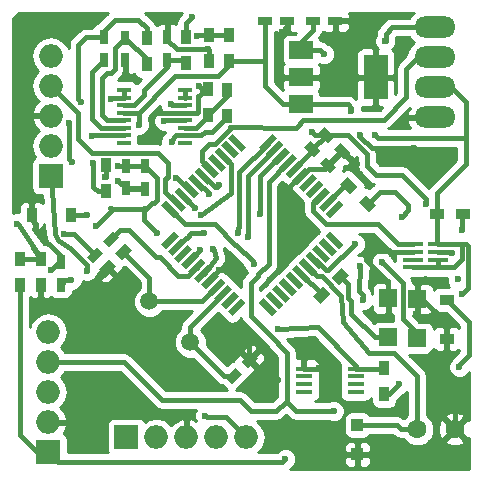
<source format=gbr>
G04 #@! TF.FileFunction,Copper,L1,Top,Signal*
%FSLAX46Y46*%
G04 Gerber Fmt 4.6, Leading zero omitted, Abs format (unit mm)*
G04 Created by KiCad (PCBNEW 4.0.4-stable) date 06/04/17 23:31:50*
%MOMM*%
%LPD*%
G01*
G04 APERTURE LIST*
%ADD10C,0.100000*%
%ADD11C,1.000000*%
%ADD12R,1.500000X1.500000*%
%ADD13C,1.600200*%
%ADD14C,1.500000*%
%ADD15R,1.727000X0.457000*%
%ADD16R,1.200000X0.900000*%
%ADD17R,0.750000X1.200000*%
%ADD18R,1.200000X0.750000*%
%ADD19R,0.900000X1.200000*%
%ADD20R,1.200000X0.400000*%
%ADD21O,3.500120X1.800860*%
%ADD22R,2.000000X3.800000*%
%ADD23R,2.000000X1.500000*%
%ADD24R,1.000000X1.000000*%
%ADD25R,1.450000X0.450000*%
%ADD26O,1.998980X1.998980*%
%ADD27R,1.998980X1.998980*%
%ADD28C,0.600000*%
%ADD29C,0.400000*%
%ADD30C,0.254000*%
G04 APERTURE END LIST*
D10*
D11*
X44550000Y-196060000D03*
X14690000Y-159620000D03*
X19540000Y-190880000D03*
D10*
G36*
X40329838Y-174691857D02*
X40725817Y-175087836D01*
X39594446Y-176219207D01*
X39198467Y-175823228D01*
X40329838Y-174691857D01*
X40329838Y-174691857D01*
G37*
G36*
X39764152Y-174126172D02*
X40160131Y-174522151D01*
X39028760Y-175653522D01*
X38632781Y-175257543D01*
X39764152Y-174126172D01*
X39764152Y-174126172D01*
G37*
G36*
X39198467Y-173560487D02*
X39594446Y-173956466D01*
X38463075Y-175087837D01*
X38067096Y-174691858D01*
X39198467Y-173560487D01*
X39198467Y-173560487D01*
G37*
G36*
X38632782Y-172994801D02*
X39028761Y-173390780D01*
X37897390Y-174522151D01*
X37501411Y-174126172D01*
X38632782Y-172994801D01*
X38632782Y-172994801D01*
G37*
G36*
X38067096Y-172429116D02*
X38463075Y-172825095D01*
X37331704Y-173956466D01*
X36935725Y-173560487D01*
X38067096Y-172429116D01*
X38067096Y-172429116D01*
G37*
G36*
X37501411Y-171863430D02*
X37897390Y-172259409D01*
X36766019Y-173390780D01*
X36370040Y-172994801D01*
X37501411Y-171863430D01*
X37501411Y-171863430D01*
G37*
G36*
X36935725Y-171297745D02*
X37331704Y-171693724D01*
X36200333Y-172825095D01*
X35804354Y-172429116D01*
X36935725Y-171297745D01*
X36935725Y-171297745D01*
G37*
G36*
X36370040Y-170732059D02*
X36766019Y-171128038D01*
X35634648Y-172259409D01*
X35238669Y-171863430D01*
X36370040Y-170732059D01*
X36370040Y-170732059D01*
G37*
G36*
X35804354Y-170166374D02*
X36200333Y-170562353D01*
X35068962Y-171693724D01*
X34672983Y-171297745D01*
X35804354Y-170166374D01*
X35804354Y-170166374D01*
G37*
G36*
X35238669Y-169600689D02*
X35634648Y-169996668D01*
X34503277Y-171128039D01*
X34107298Y-170732060D01*
X35238669Y-169600689D01*
X35238669Y-169600689D01*
G37*
G36*
X34672984Y-169035003D02*
X35068963Y-169430982D01*
X33937592Y-170562353D01*
X33541613Y-170166374D01*
X34672984Y-169035003D01*
X34672984Y-169035003D01*
G37*
G36*
X30925317Y-169430982D02*
X31321296Y-169035003D01*
X32452667Y-170166374D01*
X32056688Y-170562353D01*
X30925317Y-169430982D01*
X30925317Y-169430982D01*
G37*
G36*
X30359632Y-169996668D02*
X30755611Y-169600689D01*
X31886982Y-170732060D01*
X31491003Y-171128039D01*
X30359632Y-169996668D01*
X30359632Y-169996668D01*
G37*
G36*
X29793947Y-170562353D02*
X30189926Y-170166374D01*
X31321297Y-171297745D01*
X30925318Y-171693724D01*
X29793947Y-170562353D01*
X29793947Y-170562353D01*
G37*
G36*
X29228261Y-171128038D02*
X29624240Y-170732059D01*
X30755611Y-171863430D01*
X30359632Y-172259409D01*
X29228261Y-171128038D01*
X29228261Y-171128038D01*
G37*
G36*
X28662576Y-171693724D02*
X29058555Y-171297745D01*
X30189926Y-172429116D01*
X29793947Y-172825095D01*
X28662576Y-171693724D01*
X28662576Y-171693724D01*
G37*
G36*
X28096890Y-172259409D02*
X28492869Y-171863430D01*
X29624240Y-172994801D01*
X29228261Y-173390780D01*
X28096890Y-172259409D01*
X28096890Y-172259409D01*
G37*
G36*
X27531205Y-172825095D02*
X27927184Y-172429116D01*
X29058555Y-173560487D01*
X28662576Y-173956466D01*
X27531205Y-172825095D01*
X27531205Y-172825095D01*
G37*
G36*
X26965519Y-173390780D02*
X27361498Y-172994801D01*
X28492869Y-174126172D01*
X28096890Y-174522151D01*
X26965519Y-173390780D01*
X26965519Y-173390780D01*
G37*
G36*
X26399834Y-173956466D02*
X26795813Y-173560487D01*
X27927184Y-174691858D01*
X27531205Y-175087837D01*
X26399834Y-173956466D01*
X26399834Y-173956466D01*
G37*
G36*
X25834149Y-174522151D02*
X26230128Y-174126172D01*
X27361499Y-175257543D01*
X26965520Y-175653522D01*
X25834149Y-174522151D01*
X25834149Y-174522151D01*
G37*
G36*
X25268463Y-175087836D02*
X25664442Y-174691857D01*
X26795813Y-175823228D01*
X26399834Y-176219207D01*
X25268463Y-175087836D01*
X25268463Y-175087836D01*
G37*
G36*
X26399834Y-177308153D02*
X26795813Y-177704132D01*
X25664442Y-178835503D01*
X25268463Y-178439524D01*
X26399834Y-177308153D01*
X26399834Y-177308153D01*
G37*
G36*
X26965520Y-177873838D02*
X27361499Y-178269817D01*
X26230128Y-179401188D01*
X25834149Y-179005209D01*
X26965520Y-177873838D01*
X26965520Y-177873838D01*
G37*
G36*
X27531205Y-178439523D02*
X27927184Y-178835502D01*
X26795813Y-179966873D01*
X26399834Y-179570894D01*
X27531205Y-178439523D01*
X27531205Y-178439523D01*
G37*
G36*
X28096890Y-179005209D02*
X28492869Y-179401188D01*
X27361498Y-180532559D01*
X26965519Y-180136580D01*
X28096890Y-179005209D01*
X28096890Y-179005209D01*
G37*
G36*
X28662576Y-179570894D02*
X29058555Y-179966873D01*
X27927184Y-181098244D01*
X27531205Y-180702265D01*
X28662576Y-179570894D01*
X28662576Y-179570894D01*
G37*
G36*
X29228261Y-180136580D02*
X29624240Y-180532559D01*
X28492869Y-181663930D01*
X28096890Y-181267951D01*
X29228261Y-180136580D01*
X29228261Y-180136580D01*
G37*
G36*
X29793947Y-180702265D02*
X30189926Y-181098244D01*
X29058555Y-182229615D01*
X28662576Y-181833636D01*
X29793947Y-180702265D01*
X29793947Y-180702265D01*
G37*
G36*
X30359632Y-181267951D02*
X30755611Y-181663930D01*
X29624240Y-182795301D01*
X29228261Y-182399322D01*
X30359632Y-181267951D01*
X30359632Y-181267951D01*
G37*
G36*
X30925318Y-181833636D02*
X31321297Y-182229615D01*
X30189926Y-183360986D01*
X29793947Y-182965007D01*
X30925318Y-181833636D01*
X30925318Y-181833636D01*
G37*
G36*
X31491003Y-182399321D02*
X31886982Y-182795300D01*
X30755611Y-183926671D01*
X30359632Y-183530692D01*
X31491003Y-182399321D01*
X31491003Y-182399321D01*
G37*
G36*
X32056688Y-182965007D02*
X32452667Y-183360986D01*
X31321296Y-184492357D01*
X30925317Y-184096378D01*
X32056688Y-182965007D01*
X32056688Y-182965007D01*
G37*
G36*
X33541613Y-183360986D02*
X33937592Y-182965007D01*
X35068963Y-184096378D01*
X34672984Y-184492357D01*
X33541613Y-183360986D01*
X33541613Y-183360986D01*
G37*
G36*
X34107298Y-182795300D02*
X34503277Y-182399321D01*
X35634648Y-183530692D01*
X35238669Y-183926671D01*
X34107298Y-182795300D01*
X34107298Y-182795300D01*
G37*
G36*
X34672983Y-182229615D02*
X35068962Y-181833636D01*
X36200333Y-182965007D01*
X35804354Y-183360986D01*
X34672983Y-182229615D01*
X34672983Y-182229615D01*
G37*
G36*
X35238669Y-181663930D02*
X35634648Y-181267951D01*
X36766019Y-182399322D01*
X36370040Y-182795301D01*
X35238669Y-181663930D01*
X35238669Y-181663930D01*
G37*
G36*
X35804354Y-181098244D02*
X36200333Y-180702265D01*
X37331704Y-181833636D01*
X36935725Y-182229615D01*
X35804354Y-181098244D01*
X35804354Y-181098244D01*
G37*
G36*
X36370040Y-180532559D02*
X36766019Y-180136580D01*
X37897390Y-181267951D01*
X37501411Y-181663930D01*
X36370040Y-180532559D01*
X36370040Y-180532559D01*
G37*
G36*
X36935725Y-179966873D02*
X37331704Y-179570894D01*
X38463075Y-180702265D01*
X38067096Y-181098244D01*
X36935725Y-179966873D01*
X36935725Y-179966873D01*
G37*
G36*
X37501411Y-179401188D02*
X37897390Y-179005209D01*
X39028761Y-180136580D01*
X38632782Y-180532559D01*
X37501411Y-179401188D01*
X37501411Y-179401188D01*
G37*
G36*
X38067096Y-178835502D02*
X38463075Y-178439523D01*
X39594446Y-179570894D01*
X39198467Y-179966873D01*
X38067096Y-178835502D01*
X38067096Y-178835502D01*
G37*
G36*
X38632781Y-178269817D02*
X39028760Y-177873838D01*
X40160131Y-179005209D01*
X39764152Y-179401188D01*
X38632781Y-178269817D01*
X38632781Y-178269817D01*
G37*
G36*
X39198467Y-177704132D02*
X39594446Y-177308153D01*
X40725817Y-178439524D01*
X40329838Y-178835503D01*
X39198467Y-177704132D01*
X39198467Y-177704132D01*
G37*
D12*
X46980000Y-186345000D03*
X46980000Y-183045000D03*
D13*
X46969680Y-194066160D03*
X50144680Y-194066160D03*
D14*
X27750000Y-186700000D03*
X24299319Y-183249319D03*
D15*
X46606000Y-178400000D03*
X46606000Y-179050000D03*
X46606000Y-179700000D03*
X46606000Y-180350000D03*
X48714000Y-180350000D03*
X48714000Y-179700000D03*
X48714000Y-179050000D03*
X48714000Y-178400000D03*
D16*
X49470000Y-183105000D03*
X49470000Y-186405000D03*
D17*
X16776840Y-181828240D03*
X16776840Y-179928240D03*
D10*
G36*
X31264590Y-190230500D02*
X30734260Y-189700170D01*
X31582788Y-188851642D01*
X32113118Y-189381972D01*
X31264590Y-190230500D01*
X31264590Y-190230500D01*
G37*
G36*
X32608092Y-188886998D02*
X32077762Y-188356668D01*
X32926290Y-187508140D01*
X33456620Y-188038470D01*
X32608092Y-188886998D01*
X32608092Y-188886998D01*
G37*
D18*
X38139000Y-159496000D03*
X40039000Y-159496000D03*
D10*
G36*
X22255850Y-178338820D02*
X22786180Y-178869150D01*
X21937652Y-179717678D01*
X21407322Y-179187348D01*
X22255850Y-178338820D01*
X22255850Y-178338820D01*
G37*
G36*
X20912348Y-179682322D02*
X21442678Y-180212652D01*
X20594150Y-181061180D01*
X20063820Y-180530850D01*
X20912348Y-179682322D01*
X20912348Y-179682322D01*
G37*
D18*
X34075000Y-159496000D03*
X35975000Y-159496000D03*
D10*
G36*
X19519150Y-180011180D02*
X18988820Y-179480850D01*
X19837348Y-178632322D01*
X20367678Y-179162652D01*
X19519150Y-180011180D01*
X19519150Y-180011180D01*
G37*
G36*
X20862652Y-178667678D02*
X20332322Y-178137348D01*
X21180850Y-177288820D01*
X21711180Y-177819150D01*
X20862652Y-178667678D01*
X20862652Y-178667678D01*
G37*
G36*
X37406980Y-170185910D02*
X37937310Y-169655580D01*
X38785838Y-170504108D01*
X38255508Y-171034438D01*
X37406980Y-170185910D01*
X37406980Y-170185910D01*
G37*
G36*
X38750482Y-171529412D02*
X39280812Y-170999082D01*
X40129340Y-171847610D01*
X39599010Y-172377940D01*
X38750482Y-171529412D01*
X38750482Y-171529412D01*
G37*
G36*
X38606980Y-168985910D02*
X39137310Y-168455580D01*
X39985838Y-169304108D01*
X39455508Y-169834438D01*
X38606980Y-168985910D01*
X38606980Y-168985910D01*
G37*
G36*
X39950482Y-170329412D02*
X40480812Y-169799082D01*
X41329340Y-170647610D01*
X40799010Y-171177940D01*
X39950482Y-170329412D01*
X39950482Y-170329412D01*
G37*
D17*
X22320000Y-171785000D03*
X22320000Y-173685000D03*
X22275000Y-162825000D03*
X22275000Y-160925000D03*
X20425000Y-162800000D03*
X20425000Y-160900000D03*
D10*
G36*
X40469721Y-173311117D02*
X41106117Y-172674721D01*
X41954645Y-173523249D01*
X41318249Y-174159645D01*
X40469721Y-173311117D01*
X40469721Y-173311117D01*
G37*
G36*
X42025355Y-174866751D02*
X42661751Y-174230355D01*
X43510279Y-175078883D01*
X42873883Y-175715279D01*
X42025355Y-174866751D01*
X42025355Y-174866751D01*
G37*
G36*
X38784277Y-183437039D02*
X38147881Y-182800643D01*
X38996409Y-181952115D01*
X39632805Y-182588511D01*
X38784277Y-183437039D01*
X38784277Y-183437039D01*
G37*
G36*
X40339911Y-181881405D02*
X39703515Y-181245009D01*
X40552043Y-180396481D01*
X41188439Y-181032877D01*
X40339911Y-181881405D01*
X40339911Y-181881405D01*
G37*
D19*
X44170000Y-191085000D03*
X44170000Y-188885000D03*
X27368160Y-163066760D03*
X27368160Y-160866760D03*
X13346840Y-181818240D03*
X13346840Y-179618240D03*
X15096840Y-179618240D03*
X15096840Y-181818240D03*
X20600000Y-173935000D03*
X20600000Y-171735000D03*
X24068160Y-160966760D03*
X24068160Y-163166760D03*
X29275000Y-167500000D03*
X29275000Y-165300000D03*
X30861000Y-167505560D03*
X30861000Y-165305560D03*
X31068160Y-160716760D03*
X31068160Y-162916760D03*
X29318160Y-162916760D03*
X29318160Y-160716760D03*
D20*
X22124360Y-165364160D03*
X22124360Y-165999160D03*
X22124360Y-166634160D03*
X22124360Y-167269160D03*
X22124360Y-167904160D03*
X22124360Y-168539160D03*
X22124360Y-169174160D03*
X22124360Y-169809160D03*
X27324360Y-169809160D03*
X27324360Y-169174160D03*
X27324360Y-168539160D03*
X27324360Y-167904160D03*
X27324360Y-167269160D03*
X27324360Y-166634160D03*
X27324360Y-165999160D03*
X27324360Y-165364160D03*
D21*
X48442880Y-160050480D03*
X48442880Y-162590480D03*
X48442880Y-165130480D03*
X48442880Y-167670480D03*
D17*
X25818160Y-162766760D03*
X25818160Y-160866760D03*
X23960000Y-171795000D03*
X23960000Y-173695000D03*
D12*
X44540000Y-186295000D03*
X44540000Y-182995000D03*
D19*
X17630000Y-175955000D03*
X14330000Y-175955000D03*
D22*
X43452180Y-164271960D03*
D23*
X37152180Y-164271960D03*
X37152180Y-166571960D03*
X37152180Y-161971960D03*
D24*
X41910000Y-193705000D03*
X41910000Y-196205000D03*
D25*
X41780000Y-190880000D03*
X41780000Y-190230000D03*
X41780000Y-189580000D03*
X41780000Y-188930000D03*
X37380000Y-188930000D03*
X37380000Y-189580000D03*
X37380000Y-190230000D03*
X37380000Y-190880000D03*
D26*
X15740000Y-188375000D03*
D27*
X15740000Y-195995000D03*
D26*
X15740000Y-193455000D03*
X15740000Y-190915000D03*
X15740000Y-185835000D03*
X15940000Y-164985000D03*
D27*
X15940000Y-172605000D03*
D26*
X15940000Y-170065000D03*
X15940000Y-167525000D03*
X15940000Y-162445000D03*
X29960000Y-194745000D03*
D27*
X22340000Y-194745000D03*
D26*
X24880000Y-194745000D03*
X27420000Y-194745000D03*
X32500000Y-194745000D03*
D16*
X48640000Y-175880000D03*
X50840000Y-175880000D03*
D28*
X35160000Y-189860000D03*
X46880000Y-184310000D03*
X44520000Y-184600000D03*
X41840000Y-171620000D03*
X44550000Y-171270000D03*
X46730000Y-170250000D03*
X42150000Y-169170000D03*
X41600000Y-164275000D03*
X40610000Y-196195000D03*
X35150000Y-193560000D03*
X44820000Y-179265000D03*
X49510000Y-187535000D03*
X32100000Y-186340000D03*
X37350000Y-187380000D03*
X24470000Y-168790000D03*
X21630000Y-173030000D03*
X29260000Y-161890000D03*
X38790000Y-164295000D03*
X14732000Y-176784000D03*
X30226000Y-180594000D03*
X20066000Y-181356000D03*
X16002000Y-180594000D03*
X38650000Y-188900000D03*
X35500000Y-160440000D03*
X22275000Y-164045000D03*
X25820000Y-159510000D03*
X15200000Y-183075000D03*
X28460000Y-164995000D03*
X40070000Y-160525000D03*
X36030000Y-173615000D03*
X19480000Y-169225000D03*
X24960000Y-177445000D03*
X17700000Y-181420000D03*
X19800000Y-176820000D03*
X50800000Y-182626000D03*
X45466000Y-190246000D03*
X43434000Y-169164000D03*
X41402000Y-167132000D03*
X23410000Y-168270000D03*
X21660000Y-171740000D03*
X29718000Y-178816000D03*
X43990000Y-179870000D03*
X45650000Y-176120000D03*
X50540000Y-188790000D03*
X39900000Y-192540000D03*
X18990000Y-175945000D03*
X28170000Y-175295000D03*
X17100000Y-177500000D03*
X30180000Y-173395000D03*
X44270000Y-161185000D03*
X19020000Y-180655000D03*
X28590000Y-178895000D03*
X33190000Y-180060000D03*
X35180000Y-185590000D03*
X50770000Y-177180000D03*
X49960000Y-179125000D03*
X29310000Y-174155000D03*
X50390000Y-181375000D03*
X42122060Y-180252781D03*
X42350000Y-183160000D03*
X35814000Y-196596000D03*
X47752000Y-175006000D03*
X39116000Y-162306000D03*
X38100000Y-168910000D03*
X21050000Y-166140000D03*
X19560000Y-171560000D03*
X28940000Y-177450000D03*
X26170000Y-169745000D03*
X28320000Y-160785000D03*
X26120000Y-166565000D03*
X33660000Y-175885000D03*
X32630000Y-177830000D03*
X31780000Y-177440000D03*
X41730000Y-178375000D03*
X27890000Y-159175000D03*
X26550000Y-172785000D03*
X13130000Y-176650000D03*
X28630000Y-175955000D03*
X29040000Y-192905000D03*
X25570000Y-167980000D03*
X17780000Y-171450000D03*
X17526000Y-168148000D03*
X18542000Y-166370000D03*
X20574000Y-172720000D03*
D29*
X31423689Y-189541071D02*
X30591071Y-189541071D01*
X30591071Y-189541071D02*
X27750000Y-186700000D01*
X27750000Y-186700000D02*
X27750000Y-185404933D01*
X27750000Y-185404933D02*
X30557622Y-182597311D01*
X28484999Y-165835001D02*
X29020000Y-165300000D01*
X29020000Y-165300000D02*
X29275000Y-165300000D01*
X28424999Y-165835001D02*
X28484999Y-165835001D01*
X27324360Y-167269160D02*
X28324360Y-167269160D01*
X28324360Y-167269160D02*
X28424999Y-167168521D01*
X28424999Y-167168521D02*
X28424999Y-165835001D01*
X29260000Y-161890000D02*
X26616400Y-161890000D01*
X26616400Y-161890000D02*
X25818160Y-161091760D01*
X25818160Y-161091760D02*
X25818160Y-160866760D01*
X42630000Y-179390000D02*
X43054999Y-178965001D01*
X43054999Y-178965001D02*
X44520001Y-178965001D01*
X44520001Y-178965001D02*
X44820000Y-179265000D01*
X42630000Y-179710000D02*
X42630000Y-179390000D01*
X44400000Y-181480000D02*
X42630000Y-179710000D01*
X44540000Y-181480000D02*
X44400000Y-181480000D01*
X44540000Y-181480000D02*
X44540000Y-182995000D01*
X35160000Y-189860000D02*
X34429622Y-189860000D01*
X34429622Y-189860000D02*
X32767191Y-188197569D01*
X46980000Y-184210000D02*
X46880000Y-184310000D01*
X46980000Y-183045000D02*
X46980000Y-184210000D01*
X44540000Y-184580000D02*
X44520000Y-184600000D01*
X44540000Y-184580000D02*
X44540000Y-182995000D01*
X44550000Y-171270000D02*
X44550000Y-170600000D01*
X44550000Y-170600000D02*
X44240000Y-170290000D01*
X40708511Y-170488511D02*
X41840000Y-171620000D01*
X44620000Y-171340000D02*
X44620000Y-171380000D01*
X44550000Y-171270000D02*
X44620000Y-171340000D01*
X40639911Y-170488511D02*
X40708511Y-170488511D01*
X46730000Y-170250000D02*
X46380000Y-170250000D01*
X44240000Y-170290000D02*
X46350000Y-170290000D01*
X46350000Y-170290000D02*
X46380000Y-170260000D01*
X46380000Y-170260000D02*
X46380000Y-170250000D01*
X42150000Y-169170000D02*
X42150000Y-169317470D01*
X42150000Y-169317470D02*
X43122530Y-170290000D01*
X43122530Y-170290000D02*
X44240000Y-170290000D01*
X35150000Y-193560000D02*
X37975000Y-193560000D01*
X40620000Y-196205000D02*
X40610000Y-196195000D01*
X41910000Y-196205000D02*
X40620000Y-196205000D01*
X37975000Y-193560000D02*
X40610000Y-196195000D01*
X32767191Y-188197569D02*
X32767569Y-188197569D01*
X45035000Y-179050000D02*
X44820000Y-179265000D01*
X46606000Y-179050000D02*
X45035000Y-179050000D01*
X50144680Y-194066160D02*
X50144680Y-192094680D01*
X49470000Y-187495000D02*
X49510000Y-187535000D01*
X49470000Y-187495000D02*
X49470000Y-186405000D01*
X47970000Y-189075000D02*
X49510000Y-187535000D01*
X47970000Y-189920000D02*
X47970000Y-189075000D01*
X50144680Y-192094680D02*
X47970000Y-189920000D01*
X49470000Y-186405000D02*
X49470000Y-185100000D01*
X49470000Y-185100000D02*
X47415000Y-183045000D01*
X47415000Y-183045000D02*
X46980000Y-183045000D01*
X32767191Y-188197569D02*
X32767191Y-187007191D01*
X32767191Y-187007191D02*
X32100000Y-186340000D01*
X37380000Y-188930000D02*
X37380000Y-187410000D01*
X37380000Y-187410000D02*
X37350000Y-187380000D01*
X24470000Y-168790000D02*
X24470000Y-167600000D01*
X22285000Y-173685000D02*
X21630000Y-173030000D01*
X24790000Y-167280000D02*
X27313520Y-167280000D01*
X24470000Y-167600000D02*
X24790000Y-167280000D01*
X27313520Y-167280000D02*
X27324360Y-167269160D01*
X22320000Y-173685000D02*
X22285000Y-173685000D01*
X29318160Y-161948160D02*
X29260000Y-161890000D01*
X29318160Y-162916760D02*
X29318160Y-161948160D01*
X25818160Y-161048160D02*
X25818160Y-160866760D01*
X41600000Y-164275000D02*
X38810000Y-164275000D01*
X41603040Y-164271960D02*
X41600000Y-164275000D01*
X43452180Y-164271960D02*
X41603040Y-164271960D01*
X38766960Y-164271960D02*
X38790000Y-164295000D01*
X38766960Y-164271960D02*
X37152180Y-164271960D01*
X38810000Y-164275000D02*
X38790000Y-164295000D01*
X16776840Y-179928240D02*
X16776840Y-179376840D01*
X16776840Y-179376840D02*
X14732000Y-177332000D01*
X14330000Y-176382000D02*
X14732000Y-176784000D01*
X14732000Y-177332000D02*
X14732000Y-176784000D01*
X30480000Y-180594000D02*
X30226000Y-180594000D01*
X29426251Y-181393749D02*
X30226000Y-180594000D01*
X30480000Y-180594000D02*
X30226000Y-180594000D01*
X29426251Y-181465940D02*
X29426251Y-181393749D01*
X14330000Y-175955000D02*
X14330000Y-176382000D01*
X20753249Y-180371751D02*
X20753249Y-180668751D01*
X20753249Y-180668751D02*
X20066000Y-181356000D01*
X16776840Y-179928240D02*
X16667760Y-179928240D01*
X16667760Y-179928240D02*
X16002000Y-180594000D01*
X37380000Y-188930000D02*
X38620000Y-188930000D01*
X38620000Y-188930000D02*
X38650000Y-188900000D01*
X35975000Y-159496000D02*
X35975000Y-159965000D01*
X35975000Y-159965000D02*
X35500000Y-160440000D01*
X22275000Y-162825000D02*
X22275000Y-164045000D01*
X22275000Y-164045000D02*
X22300000Y-164070000D01*
X25818160Y-160866760D02*
X25818160Y-159511840D01*
X25818160Y-159511840D02*
X25820000Y-159510000D01*
X15096840Y-181818240D02*
X15096840Y-182971840D01*
X15096840Y-182971840D02*
X15200000Y-183075000D01*
X29275000Y-165300000D02*
X28765000Y-165300000D01*
X28765000Y-165300000D02*
X28460000Y-164995000D01*
X40039000Y-159496000D02*
X40039000Y-160494000D01*
X40039000Y-160494000D02*
X40070000Y-160525000D01*
X41910000Y-196205000D02*
X46430000Y-196205000D01*
X47975840Y-196235000D02*
X50144680Y-194066160D01*
X46460000Y-196235000D02*
X47975840Y-196235000D01*
X46430000Y-196205000D02*
X46460000Y-196235000D01*
X29426251Y-181465940D02*
X29426251Y-181398749D01*
X37133715Y-172627105D02*
X37007895Y-172627105D01*
X37007895Y-172627105D02*
X36030000Y-173605000D01*
X36030000Y-173605000D02*
X36030000Y-173615000D01*
X39439911Y-171688511D02*
X40639911Y-170488511D01*
X37133715Y-172627105D02*
X37177895Y-172627105D01*
X37177895Y-172627105D02*
X37810000Y-171995000D01*
X37810000Y-171995000D02*
X39133422Y-171995000D01*
X39133422Y-171995000D02*
X39439911Y-171688511D01*
X24299319Y-183249319D02*
X24299319Y-181230817D01*
X24299319Y-181230817D02*
X22096751Y-179028249D01*
X29991936Y-182031626D02*
X29953374Y-182031626D01*
X29953374Y-182031626D02*
X28735681Y-183249319D01*
X28735681Y-183249319D02*
X24299319Y-183249319D01*
X22124360Y-169174160D02*
X19530840Y-169174160D01*
X19530840Y-169174160D02*
X19480000Y-169225000D01*
X48640000Y-175880000D02*
X48640000Y-178326000D01*
X48640000Y-178326000D02*
X48714000Y-178400000D01*
X51080000Y-169418000D02*
X51080000Y-171650000D01*
X51080000Y-171650000D02*
X48640000Y-174090000D01*
X48640000Y-174090000D02*
X48640000Y-175880000D01*
X17700000Y-181420000D02*
X17185080Y-181420000D01*
X17185080Y-181420000D02*
X16776840Y-181828240D01*
X21690000Y-175385000D02*
X21235000Y-175385000D01*
X21235000Y-175385000D02*
X19800000Y-176820000D01*
X21125000Y-175385000D02*
X21040000Y-175300000D01*
X21040000Y-175300000D02*
X20960000Y-175300000D01*
X24020000Y-175385000D02*
X21690000Y-175385000D01*
X21690000Y-175385000D02*
X21125000Y-175385000D01*
X44170000Y-191085000D02*
X44627000Y-191085000D01*
X51146000Y-178400000D02*
X50665000Y-178400000D01*
X51308000Y-178562000D02*
X51146000Y-178400000D01*
X51308000Y-182118000D02*
X51308000Y-178562000D01*
X50800000Y-182626000D02*
X51308000Y-182118000D01*
X44627000Y-191085000D02*
X45466000Y-190246000D01*
X41402000Y-166878000D02*
X41402000Y-167132000D01*
X41095960Y-166571960D02*
X41402000Y-166878000D01*
X37152180Y-166571960D02*
X41095960Y-166571960D01*
X43688000Y-169418000D02*
X51080000Y-169418000D01*
X43434000Y-169164000D02*
X43688000Y-169418000D01*
X51080000Y-166400000D02*
X49810480Y-165130480D01*
X51080000Y-169418000D02*
X51080000Y-166400000D01*
X49810480Y-165130480D02*
X48442880Y-165130480D01*
X23455840Y-168214160D02*
X23455840Y-167269160D01*
X23400000Y-168270000D02*
X23455840Y-168214160D01*
X23410000Y-168270000D02*
X23400000Y-168270000D01*
X22320000Y-171785000D02*
X21705000Y-171785000D01*
X21705000Y-171785000D02*
X21660000Y-171740000D01*
X22124360Y-167269160D02*
X23455840Y-167269160D01*
X30110000Y-164185000D02*
X31068160Y-163226840D01*
X23455840Y-167269160D02*
X24730000Y-165995000D01*
X24730000Y-165995000D02*
X24730000Y-165955000D01*
X24730000Y-165955000D02*
X26500000Y-164185000D01*
X26500000Y-164185000D02*
X30110000Y-164185000D01*
X31068160Y-163226840D02*
X31068160Y-162916760D01*
X31068160Y-162916760D02*
X33931760Y-162916760D01*
X33931760Y-162916760D02*
X34075000Y-163060000D01*
X37152180Y-166571960D02*
X35646960Y-166571960D01*
X34075000Y-165000000D02*
X34075000Y-163060000D01*
X34075000Y-163060000D02*
X34075000Y-159496000D01*
X35646960Y-166571960D02*
X34075000Y-165000000D01*
X48714000Y-180350000D02*
X50125000Y-180350000D01*
X50665000Y-178400000D02*
X48714000Y-178400000D01*
X50780000Y-178515000D02*
X50665000Y-178400000D01*
X50780000Y-179695000D02*
X50780000Y-178515000D01*
X50125000Y-180350000D02*
X50780000Y-179695000D01*
X48714000Y-179700000D02*
X48714000Y-180350000D01*
X48714000Y-180350000D02*
X46606000Y-180350000D01*
X24490000Y-174915000D02*
X24710000Y-174915000D01*
X24020000Y-175385000D02*
X24490000Y-174915000D01*
X23840000Y-175385000D02*
X24020000Y-175385000D01*
X24960000Y-172795000D02*
X23960000Y-171795000D01*
X24960000Y-174665000D02*
X24960000Y-172795000D01*
X24710000Y-174915000D02*
X24960000Y-174665000D01*
X29972000Y-179578000D02*
X29768000Y-178866000D01*
X28934745Y-180900255D02*
X29972000Y-179578000D01*
X29768000Y-178866000D02*
X29718000Y-178816000D01*
X23840000Y-176325000D02*
X23840000Y-175385000D01*
X23840000Y-175385000D02*
X23840000Y-175375000D01*
X24960000Y-177445000D02*
X23840000Y-176325000D01*
X28860565Y-180900255D02*
X28934745Y-180900255D01*
X22320000Y-171785000D02*
X23950000Y-171785000D01*
X23950000Y-171785000D02*
X23960000Y-171795000D01*
X43990000Y-179970000D02*
X43990000Y-179870000D01*
X43930000Y-179900000D02*
X43990000Y-179970000D01*
X43980000Y-179900000D02*
X43930000Y-179900000D01*
X45770000Y-181690000D02*
X43980000Y-179900000D01*
X45770000Y-184750000D02*
X45770000Y-181690000D01*
X46980000Y-185960000D02*
X45770000Y-184750000D01*
X43790634Y-173950000D02*
X42767817Y-174972817D01*
X45110000Y-173950000D02*
X43790634Y-173950000D01*
X46220000Y-175060000D02*
X45110000Y-173950000D01*
X46220000Y-175540000D02*
X46220000Y-175060000D01*
X45650000Y-176110000D02*
X46220000Y-175540000D01*
X45650000Y-176120000D02*
X45650000Y-176110000D01*
X46980000Y-186345000D02*
X46980000Y-185960000D01*
X46969680Y-194066160D02*
X45581160Y-194066160D01*
X45220000Y-193705000D02*
X41910000Y-193705000D01*
X45581160Y-194066160D02*
X45220000Y-193705000D01*
X37699400Y-180334569D02*
X37699400Y-180354400D01*
X37699400Y-180354400D02*
X38470000Y-181125000D01*
X38470000Y-181125000D02*
X38880000Y-181125000D01*
X38880000Y-181125000D02*
X40501568Y-182765785D01*
X40501568Y-182765785D02*
X40650000Y-184980000D01*
X40650000Y-184980000D02*
X42910000Y-187625000D01*
X42910000Y-187625000D02*
X45020000Y-187625000D01*
X45020000Y-187625000D02*
X46969680Y-189574680D01*
X46969680Y-189574680D02*
X46969680Y-194066160D01*
X32880000Y-192540000D02*
X35050000Y-192540000D01*
X35930000Y-191760000D02*
X35830000Y-191760000D01*
X35830000Y-191760000D02*
X35050000Y-192540000D01*
X36710000Y-192540000D02*
X39900000Y-192540000D01*
X35930000Y-187600000D02*
X35930000Y-191760000D01*
X35930000Y-191760000D02*
X36710000Y-192540000D01*
X35170000Y-186840000D02*
X35930000Y-187600000D01*
X35170000Y-186755000D02*
X35170000Y-186840000D01*
X15740000Y-188375000D02*
X22115000Y-188375000D01*
X22115000Y-188375000D02*
X25330000Y-191590000D01*
X25330000Y-191590000D02*
X31930000Y-191590000D01*
X31930000Y-191590000D02*
X32880000Y-192540000D01*
X51340000Y-184975000D02*
X49470000Y-183105000D01*
X51340000Y-187820000D02*
X51340000Y-184975000D01*
X50550000Y-188610000D02*
X51340000Y-187820000D01*
X50550000Y-188780000D02*
X50550000Y-188610000D01*
X50540000Y-188790000D02*
X50550000Y-188780000D01*
X38590000Y-192540000D02*
X39900000Y-192540000D01*
X34390000Y-175765000D02*
X34390000Y-180065000D01*
X32860000Y-184445000D02*
X35170000Y-186755000D01*
X32860000Y-181705000D02*
X32860000Y-184445000D01*
X33490000Y-181075000D02*
X32860000Y-181705000D01*
X33490000Y-180965000D02*
X33490000Y-181075000D01*
X34390000Y-180065000D02*
X33490000Y-180965000D01*
X36002344Y-171495734D02*
X35989266Y-171495734D01*
X35989266Y-171495734D02*
X34390000Y-173095000D01*
X34390000Y-173095000D02*
X34390000Y-175765000D01*
X34390000Y-175765000D02*
X34390000Y-175965000D01*
X18990000Y-175945000D02*
X17640000Y-175945000D01*
X17640000Y-175945000D02*
X17630000Y-175955000D01*
X27199162Y-174324162D02*
X28170000Y-175295000D01*
X27163509Y-174324162D02*
X27199162Y-174324162D01*
X17896498Y-177540000D02*
X19678249Y-179321751D01*
X17140000Y-177540000D02*
X17896498Y-177540000D01*
X17100000Y-177500000D02*
X17140000Y-177540000D01*
X19678249Y-179321751D02*
X19703249Y-179321751D01*
X29990000Y-173585000D02*
X30180000Y-173395000D01*
X28862105Y-172627105D02*
X29820000Y-173585000D01*
X29820000Y-173585000D02*
X29990000Y-173585000D01*
X44844520Y-160050480D02*
X48442880Y-160050480D01*
X44290000Y-160605000D02*
X44844520Y-160050480D01*
X44290000Y-161205000D02*
X44290000Y-160605000D01*
X44270000Y-161185000D02*
X44290000Y-161205000D01*
X28860565Y-172627105D02*
X28862105Y-172627105D01*
X29340000Y-169900000D02*
X29890599Y-169900000D01*
X29890599Y-169900000D02*
X31123346Y-168667253D01*
X31123346Y-168667253D02*
X31123346Y-168519351D01*
X28730000Y-170510000D02*
X29340000Y-169900000D01*
X28730000Y-171385000D02*
X28730000Y-170510000D01*
X29426251Y-172061420D02*
X29406420Y-172061420D01*
X29406420Y-172061420D02*
X28730000Y-171385000D01*
X31123346Y-168519351D02*
X36670000Y-168585000D01*
X36670000Y-168585000D02*
X37010000Y-168245000D01*
X37010000Y-168245000D02*
X37010000Y-168125000D01*
X37010000Y-168125000D02*
X37280000Y-167855000D01*
X37280000Y-167855000D02*
X44130000Y-167855000D01*
X44130000Y-167855000D02*
X46040000Y-165945000D01*
X46040000Y-165945000D02*
X46040000Y-163605000D01*
X46040000Y-163605000D02*
X47054520Y-162590480D01*
X47054520Y-162590480D02*
X48442880Y-162590480D01*
X19020000Y-180655000D02*
X19020000Y-180135000D01*
X19020000Y-180655000D02*
X19000000Y-180675000D01*
X19000000Y-180675000D02*
X19000000Y-180705000D01*
X19020000Y-180135000D02*
X17671326Y-178817237D01*
X17671326Y-178817237D02*
X16520000Y-178040000D01*
X16520000Y-178040000D02*
X16300000Y-177570000D01*
X16300000Y-177570000D02*
X15940000Y-172605000D01*
X27729194Y-179768884D02*
X27729194Y-179755806D01*
X27729194Y-179755806D02*
X28590000Y-178895000D01*
X28590000Y-178895000D02*
X28610000Y-178895000D01*
X33190000Y-180060000D02*
X33030000Y-179900000D01*
X33030000Y-179900000D02*
X33030000Y-179850000D01*
X31610000Y-178430000D02*
X31580000Y-178430000D01*
X33030000Y-179850000D02*
X31610000Y-178430000D01*
X31580000Y-178430000D02*
X29850000Y-176700000D01*
X29850000Y-176700000D02*
X27276606Y-176700000D01*
X27276606Y-176700000D02*
X26032138Y-175455532D01*
X38540000Y-185440000D02*
X41780000Y-188680000D01*
X41780000Y-188930000D02*
X41780000Y-188680000D01*
X35180000Y-185590000D02*
X38540000Y-185440000D01*
X26032138Y-175455532D02*
X26085532Y-175455532D01*
X41780000Y-188930000D02*
X44125000Y-188930000D01*
X44125000Y-188930000D02*
X44170000Y-188885000D01*
X46606000Y-178400000D02*
X45342500Y-178400000D01*
X43617500Y-176675000D02*
X39220000Y-176675000D01*
X45342500Y-178400000D02*
X43617500Y-176675000D01*
X39220000Y-176675000D02*
X38140000Y-175595000D01*
X38140000Y-175595000D02*
X38140000Y-174895000D01*
X38140000Y-174895000D02*
X38710838Y-174324162D01*
X38710838Y-174324162D02*
X38830771Y-174324162D01*
X50770000Y-177180000D02*
X50770000Y-175950000D01*
X50770000Y-175950000D02*
X50840000Y-175880000D01*
X48714000Y-179050000D02*
X49845000Y-179050000D01*
X49920000Y-179125000D02*
X49960000Y-179125000D01*
X49845000Y-179050000D02*
X49920000Y-179125000D01*
X28397791Y-173192791D02*
X29310000Y-174105000D01*
X29310000Y-174105000D02*
X29310000Y-174155000D01*
X28294880Y-173192791D02*
X28397791Y-173192791D01*
X42710000Y-170726012D02*
X42710000Y-171740000D01*
X42710000Y-171740000D02*
X43480000Y-172510000D01*
X41129009Y-169145009D02*
X41129009Y-169145021D01*
X41129009Y-169145021D02*
X42710000Y-170726012D01*
X47752000Y-175006000D02*
X47752000Y-174581736D01*
X47752000Y-174581736D02*
X45680264Y-172510000D01*
X45680264Y-172510000D02*
X43480000Y-172510000D01*
X42020000Y-182405736D02*
X42122060Y-180252781D01*
X42020000Y-180350000D02*
X42024841Y-180350000D01*
X42024841Y-180350000D02*
X42122060Y-180252781D01*
X42350000Y-183160000D02*
X42350000Y-182735736D01*
X42350000Y-182735736D02*
X42020000Y-182405736D01*
X35560000Y-196850000D02*
X16595000Y-196850000D01*
X35814000Y-196596000D02*
X35560000Y-196850000D01*
X16595000Y-196850000D02*
X15740000Y-195995000D01*
X39296409Y-169145009D02*
X41129009Y-169145009D01*
X39296409Y-169145009D02*
X38335009Y-169145009D01*
X38781960Y-161971960D02*
X37152180Y-161971960D01*
X39116000Y-162306000D02*
X38781960Y-161971960D01*
X38335009Y-169145009D02*
X38100000Y-168910000D01*
X13346840Y-181818240D02*
X13346840Y-194531840D01*
X13346840Y-194531840D02*
X14810000Y-195995000D01*
X14810000Y-195995000D02*
X15740000Y-195995000D01*
X37152180Y-161971960D02*
X37152180Y-161262820D01*
X37152180Y-161262820D02*
X38139000Y-160276000D01*
X38139000Y-160276000D02*
X38139000Y-159496000D01*
X38096409Y-170345009D02*
X39296409Y-169145009D01*
X38096409Y-170345009D02*
X38096409Y-170533040D01*
X38096409Y-170533040D02*
X36568029Y-172061420D01*
X15940000Y-164985000D02*
X18280000Y-167325000D01*
X18280000Y-167325000D02*
X18280000Y-169535000D01*
X25849999Y-171519999D02*
X25849999Y-172680001D01*
X18280000Y-169535000D02*
X19420000Y-170675000D01*
X19420000Y-170675000D02*
X25005000Y-170675000D01*
X25005000Y-170675000D02*
X25849999Y-171519999D01*
X25630000Y-172900000D02*
X25630000Y-173975000D01*
X25849999Y-172680001D02*
X25630000Y-172900000D01*
X25630000Y-173975000D02*
X26544847Y-174889847D01*
X26544847Y-174889847D02*
X26597824Y-174889847D01*
X39396456Y-174889847D02*
X39396456Y-174858544D01*
X39396456Y-174858544D02*
X40837817Y-173417183D01*
X40837817Y-173417183D02*
X41212183Y-173417183D01*
X21190840Y-165999160D02*
X21050000Y-166140000D01*
X22124360Y-165999160D02*
X21190840Y-165999160D01*
X19945000Y-173935000D02*
X19560000Y-173550000D01*
X20600000Y-173935000D02*
X19945000Y-173935000D01*
X19560000Y-173550000D02*
X19560000Y-171560000D01*
X22124360Y-165999160D02*
X22124360Y-165364160D01*
X30861000Y-165305560D02*
X30861000Y-165864000D01*
X30861000Y-165864000D02*
X29275000Y-167450000D01*
X29275000Y-167450000D02*
X29275000Y-167500000D01*
X29275000Y-167500000D02*
X29275000Y-167520000D01*
X29275000Y-167520000D02*
X28255840Y-168539160D01*
X28255840Y-168539160D02*
X27324360Y-168539160D01*
X27324360Y-169174160D02*
X28700840Y-169174160D01*
X28700840Y-169174160D02*
X28977106Y-168897894D01*
X28977106Y-168897894D02*
X29618666Y-168897894D01*
X29618666Y-168897894D02*
X30861000Y-167655560D01*
X30861000Y-167655560D02*
X30861000Y-167505560D01*
X27840000Y-177440000D02*
X28930000Y-177440000D01*
X28930000Y-177440000D02*
X28940000Y-177450000D01*
X27445000Y-177835000D02*
X27840000Y-177440000D01*
X27430000Y-177835000D02*
X27445000Y-177835000D01*
X26090000Y-169665000D02*
X26090000Y-169635000D01*
X26090000Y-169635000D02*
X26550840Y-169174160D01*
X27324360Y-169174160D02*
X26550840Y-169174160D01*
X26627487Y-178637513D02*
X27430000Y-177835000D01*
X26597824Y-178637513D02*
X26627487Y-178637513D01*
X27324360Y-166634160D02*
X26189160Y-166634160D01*
X28388240Y-160716760D02*
X29318160Y-160716760D01*
X28320000Y-160785000D02*
X28388240Y-160716760D01*
X26189160Y-166634160D02*
X26120000Y-166565000D01*
X29318160Y-160716760D02*
X31068160Y-160716760D01*
X27324360Y-165364160D02*
X27324360Y-165999160D01*
X33660000Y-172655000D02*
X33660000Y-175885000D01*
X35384951Y-170930049D02*
X33660000Y-172655000D01*
X35436658Y-170930049D02*
X35384951Y-170930049D01*
X32630000Y-177830000D02*
X32630000Y-176015000D01*
X32630000Y-176015000D02*
X32670000Y-175975000D01*
X32670000Y-172665000D02*
X32670000Y-175975000D01*
X34870973Y-170464027D02*
X32670000Y-172665000D01*
X34870973Y-170364364D02*
X34870973Y-170464027D01*
X31780000Y-177440000D02*
X31780000Y-177015736D01*
X31780000Y-177015736D02*
X31890000Y-176905736D01*
X31890000Y-176905736D02*
X31890000Y-176115000D01*
X34305288Y-169798678D02*
X34305288Y-169879712D01*
X34305288Y-169879712D02*
X31890000Y-172295000D01*
X31890000Y-172295000D02*
X31890000Y-176115000D01*
X31890000Y-176115000D02*
X31890000Y-176125000D01*
X38265086Y-179768884D02*
X38413884Y-179768884D01*
X38413884Y-179768884D02*
X39270000Y-180625000D01*
X39270000Y-180625000D02*
X39450000Y-180625000D01*
X39450000Y-180625000D02*
X41700000Y-178375000D01*
X41700000Y-178375000D02*
X41730000Y-178375000D01*
X27890000Y-159175000D02*
X27368160Y-159696840D01*
X27368160Y-159696840D02*
X27368160Y-160866760D01*
X27613476Y-173758476D02*
X26640000Y-172785000D01*
X26640000Y-172785000D02*
X26550000Y-172785000D01*
X14478000Y-178562000D02*
X15096840Y-179618240D01*
X13140000Y-176650000D02*
X14478000Y-178562000D01*
X13130000Y-176650000D02*
X13140000Y-176650000D01*
X15096840Y-179618240D02*
X13346840Y-179618240D01*
X15096840Y-179618240D02*
X14478000Y-178703320D01*
X27729194Y-173758476D02*
X27613476Y-173758476D01*
X31190000Y-174075000D02*
X28630000Y-175955000D01*
X30557622Y-170972622D02*
X31190000Y-171605000D01*
X31190000Y-171605000D02*
X31190000Y-173685000D01*
X31190000Y-173685000D02*
X31190000Y-174075000D01*
X30770000Y-193015000D02*
X32500000Y-194745000D01*
X29140000Y-193015000D02*
X30770000Y-193015000D01*
X29030000Y-192905000D02*
X29140000Y-193015000D01*
X29040000Y-192905000D02*
X29030000Y-192905000D01*
X30557622Y-170930049D02*
X30557622Y-170972622D01*
X26318520Y-167910000D02*
X25640000Y-167910000D01*
X25640000Y-167910000D02*
X25570000Y-167980000D01*
X27324360Y-167904160D02*
X26324360Y-167904160D01*
X26324360Y-167904160D02*
X26318520Y-167910000D01*
X22124360Y-166634160D02*
X22980840Y-166634160D01*
X25818160Y-163366840D02*
X25818160Y-162766760D01*
X23860000Y-165325000D02*
X25818160Y-163366840D01*
X23860000Y-165755000D02*
X23860000Y-165325000D01*
X22980840Y-166634160D02*
X23860000Y-165755000D01*
X25818160Y-162766760D02*
X27068160Y-162766760D01*
X27068160Y-162766760D02*
X27368160Y-163066760D01*
X22124360Y-168539160D02*
X20224160Y-168539160D01*
X19470000Y-163785000D02*
X20425000Y-162830000D01*
X19470000Y-167785000D02*
X19470000Y-163785000D01*
X20224160Y-168539160D02*
X19470000Y-167785000D01*
X20425000Y-162830000D02*
X20425000Y-162800000D01*
X17780000Y-171450000D02*
X17526000Y-171196000D01*
X17526000Y-171196000D02*
X17526000Y-168148000D01*
X18542000Y-166370000D02*
X18288000Y-166116000D01*
X18288000Y-161544000D02*
X18932000Y-160900000D01*
X20425000Y-160900000D02*
X18932000Y-160900000D01*
X20600000Y-172694000D02*
X20600000Y-171735000D01*
X20600000Y-172694000D02*
X20574000Y-172720000D01*
X18288000Y-166116000D02*
X18288000Y-161544000D01*
X24068160Y-160966760D02*
X24068160Y-160123160D01*
X21350000Y-159415000D02*
X20425000Y-160340000D01*
X23360000Y-159415000D02*
X21350000Y-159415000D01*
X24068160Y-160123160D02*
X23360000Y-159415000D01*
X20425000Y-160340000D02*
X20425000Y-160900000D01*
X22124360Y-167904160D02*
X20719160Y-167904160D01*
X21390000Y-161810000D02*
X22275000Y-160925000D01*
X21390000Y-163565000D02*
X21390000Y-161810000D01*
X21070000Y-163885000D02*
X21390000Y-163565000D01*
X20720000Y-163885000D02*
X21070000Y-163885000D01*
X20260000Y-164345000D02*
X20720000Y-163885000D01*
X20260000Y-167445000D02*
X20260000Y-164345000D01*
X20719160Y-167904160D02*
X20260000Y-167445000D01*
X24068160Y-163166760D02*
X24068160Y-162763160D01*
X24068160Y-162763160D02*
X22275000Y-160970000D01*
X22275000Y-160970000D02*
X22275000Y-160925000D01*
X41385000Y-184290000D02*
X41385000Y-183245000D01*
X41385000Y-183245000D02*
X41117089Y-182977089D01*
X41117089Y-182977089D02*
X41117089Y-181810055D01*
X41117089Y-181810055D02*
X40834885Y-181527851D01*
X40834885Y-181527851D02*
X40445977Y-181138943D01*
X44540000Y-186295000D02*
X43390000Y-186295000D01*
X43390000Y-186295000D02*
X41385000Y-184290000D01*
X37133715Y-180900255D02*
X37175255Y-180900255D01*
X37175255Y-180900255D02*
X38890343Y-182615343D01*
X38890343Y-182615343D02*
X38890343Y-182694577D01*
X21021751Y-177978249D02*
X21031751Y-177978249D01*
X21031751Y-177978249D02*
X21790000Y-177220000D01*
X21790000Y-177220000D02*
X22550000Y-177220000D01*
X22550000Y-177220000D02*
X24830000Y-179500000D01*
X24830000Y-179500000D02*
X25170000Y-179500000D01*
X25170000Y-179500000D02*
X26730000Y-181060000D01*
X26730000Y-181060000D02*
X27569449Y-181060000D01*
X27569449Y-181060000D02*
X28294880Y-180334569D01*
X28294880Y-180334569D02*
X28294880Y-180390120D01*
D30*
G36*
X47850500Y-181225940D02*
X49455129Y-181225940D01*
X49454838Y-181560167D01*
X49596883Y-181903943D01*
X49700319Y-182007560D01*
X48870000Y-182007560D01*
X48634683Y-182051838D01*
X48418559Y-182190910D01*
X48365000Y-182269296D01*
X48365000Y-182168691D01*
X48268327Y-181935302D01*
X48089699Y-181756673D01*
X47856310Y-181660000D01*
X47265750Y-181660000D01*
X47107000Y-181818750D01*
X47107000Y-182918000D01*
X47127000Y-182918000D01*
X47127000Y-183172000D01*
X47107000Y-183172000D01*
X47107000Y-184271250D01*
X47265750Y-184430000D01*
X47856310Y-184430000D01*
X48089699Y-184333327D01*
X48268327Y-184154698D01*
X48359568Y-183934423D01*
X48405910Y-184006441D01*
X48618110Y-184151431D01*
X48870000Y-184202440D01*
X49386572Y-184202440D01*
X50505000Y-185320868D01*
X50505000Y-185491974D01*
X50429699Y-185416673D01*
X50196310Y-185320000D01*
X49755750Y-185320000D01*
X49597000Y-185478750D01*
X49597000Y-186278000D01*
X49617000Y-186278000D01*
X49617000Y-186532000D01*
X49597000Y-186532000D01*
X49597000Y-187331250D01*
X49755750Y-187490000D01*
X50196310Y-187490000D01*
X50429699Y-187393327D01*
X50505000Y-187318026D01*
X50505000Y-187474132D01*
X49959566Y-188019566D01*
X49901939Y-188105811D01*
X49747808Y-188259673D01*
X49605162Y-188603201D01*
X49604838Y-188975167D01*
X49746883Y-189318943D01*
X50009673Y-189582192D01*
X50353201Y-189724838D01*
X50725167Y-189725162D01*
X51068943Y-189583117D01*
X51332192Y-189320327D01*
X51385000Y-189193152D01*
X51385000Y-193307990D01*
X51152497Y-193237948D01*
X50324285Y-194066160D01*
X51152497Y-194894372D01*
X51385000Y-194824330D01*
X51385000Y-197435000D01*
X36231897Y-197435000D01*
X36342943Y-197389117D01*
X36606192Y-197126327D01*
X36748838Y-196782799D01*
X36749092Y-196490750D01*
X40775000Y-196490750D01*
X40775000Y-196831309D01*
X40871673Y-197064698D01*
X41050301Y-197243327D01*
X41283690Y-197340000D01*
X41624250Y-197340000D01*
X41783000Y-197181250D01*
X41783000Y-196332000D01*
X42037000Y-196332000D01*
X42037000Y-197181250D01*
X42195750Y-197340000D01*
X42536310Y-197340000D01*
X42769699Y-197243327D01*
X42948327Y-197064698D01*
X43045000Y-196831309D01*
X43045000Y-196490750D01*
X42886250Y-196332000D01*
X42037000Y-196332000D01*
X41783000Y-196332000D01*
X40933750Y-196332000D01*
X40775000Y-196490750D01*
X36749092Y-196490750D01*
X36749162Y-196410833D01*
X36607117Y-196067057D01*
X36344327Y-195803808D01*
X36000799Y-195661162D01*
X35628833Y-195660838D01*
X35285057Y-195802883D01*
X35072570Y-196015000D01*
X33516807Y-196015000D01*
X33687781Y-195900759D01*
X33902979Y-195578691D01*
X40775000Y-195578691D01*
X40775000Y-195919250D01*
X40933750Y-196078000D01*
X41783000Y-196078000D01*
X41783000Y-195228750D01*
X42037000Y-195228750D01*
X42037000Y-196078000D01*
X42886250Y-196078000D01*
X43045000Y-195919250D01*
X43045000Y-195578691D01*
X42948327Y-195345302D01*
X42769699Y-195166673D01*
X42536310Y-195070000D01*
X42195750Y-195070000D01*
X42037000Y-195228750D01*
X41783000Y-195228750D01*
X41624250Y-195070000D01*
X41283690Y-195070000D01*
X41050301Y-195166673D01*
X40871673Y-195345302D01*
X40775000Y-195578691D01*
X33902979Y-195578691D01*
X34042094Y-195370492D01*
X34166512Y-194745000D01*
X34042094Y-194119508D01*
X33687781Y-193589241D01*
X33367147Y-193375000D01*
X35050000Y-193375000D01*
X35369541Y-193311439D01*
X35640434Y-193130434D01*
X35880000Y-192890868D01*
X36119566Y-193130434D01*
X36390460Y-193311440D01*
X36710000Y-193375000D01*
X39472766Y-193375000D01*
X39713201Y-193474838D01*
X40085167Y-193475162D01*
X40428943Y-193333117D01*
X40692192Y-193070327D01*
X40834838Y-192726799D01*
X40835162Y-192354833D01*
X40693117Y-192011057D01*
X40430327Y-191747808D01*
X40086799Y-191605162D01*
X39714833Y-191604838D01*
X39472422Y-191705000D01*
X38345231Y-191705000D01*
X38556441Y-191569090D01*
X38701431Y-191356890D01*
X38752440Y-191105000D01*
X38752440Y-190655000D01*
X38732933Y-190551329D01*
X38752440Y-190455000D01*
X38752440Y-190005000D01*
X38732933Y-189901329D01*
X38752440Y-189805000D01*
X38752440Y-189355000D01*
X38739020Y-189283677D01*
X38740000Y-189281310D01*
X38740000Y-189201250D01*
X38719688Y-189180938D01*
X38708162Y-189119683D01*
X38569090Y-188903559D01*
X38443138Y-188817500D01*
X38581250Y-188817500D01*
X38740000Y-188658750D01*
X38740000Y-188578690D01*
X38643327Y-188345301D01*
X38464698Y-188166673D01*
X38231309Y-188070000D01*
X37665750Y-188070000D01*
X37507000Y-188228750D01*
X37507000Y-188707560D01*
X37253000Y-188707560D01*
X37253000Y-188228750D01*
X37094250Y-188070000D01*
X36765000Y-188070000D01*
X36765000Y-187600000D01*
X36701439Y-187280459D01*
X36520434Y-187009566D01*
X35931596Y-186420728D01*
X35913137Y-186393102D01*
X38209709Y-186290577D01*
X40444031Y-188524899D01*
X40407560Y-188705000D01*
X40407560Y-189155000D01*
X40427067Y-189258671D01*
X40407560Y-189355000D01*
X40407560Y-189805000D01*
X40427067Y-189908671D01*
X40407560Y-190005000D01*
X40407560Y-190455000D01*
X40427067Y-190558671D01*
X40407560Y-190655000D01*
X40407560Y-191105000D01*
X40451838Y-191340317D01*
X40590910Y-191556441D01*
X40803110Y-191701431D01*
X41055000Y-191752440D01*
X42505000Y-191752440D01*
X42740317Y-191708162D01*
X42956441Y-191569090D01*
X43072560Y-191399144D01*
X43072560Y-191685000D01*
X43116838Y-191920317D01*
X43255910Y-192136441D01*
X43468110Y-192281431D01*
X43720000Y-192332440D01*
X44620000Y-192332440D01*
X44855317Y-192288162D01*
X45071441Y-192149090D01*
X45216431Y-191936890D01*
X45267440Y-191685000D01*
X45267440Y-191625428D01*
X45754333Y-191138535D01*
X45994943Y-191039117D01*
X46134680Y-190899624D01*
X46134680Y-192871935D01*
X45850994Y-193155126D01*
X45810434Y-193114566D01*
X45750688Y-193074645D01*
X45539541Y-192933561D01*
X45220000Y-192870000D01*
X42949018Y-192870000D01*
X42874090Y-192753559D01*
X42661890Y-192608569D01*
X42410000Y-192557560D01*
X41410000Y-192557560D01*
X41174683Y-192601838D01*
X40958559Y-192740910D01*
X40813569Y-192953110D01*
X40762560Y-193205000D01*
X40762560Y-194205000D01*
X40806838Y-194440317D01*
X40945910Y-194656441D01*
X41158110Y-194801431D01*
X41410000Y-194852440D01*
X42410000Y-194852440D01*
X42645317Y-194808162D01*
X42861441Y-194669090D01*
X42949644Y-194540000D01*
X44874132Y-194540000D01*
X44990726Y-194656594D01*
X45261619Y-194837599D01*
X45581160Y-194901160D01*
X45775455Y-194901160D01*
X46155700Y-195282069D01*
X46682969Y-195501010D01*
X47253887Y-195501508D01*
X47781537Y-195283488D01*
X47991413Y-195073977D01*
X49316468Y-195073977D01*
X49390615Y-195320107D01*
X49927880Y-195513224D01*
X50498150Y-195486039D01*
X50898745Y-195320107D01*
X50972892Y-195073977D01*
X50144680Y-194245765D01*
X49316468Y-195073977D01*
X47991413Y-195073977D01*
X48185589Y-194880140D01*
X48404530Y-194352871D01*
X48404969Y-193849360D01*
X48697616Y-193849360D01*
X48724801Y-194419630D01*
X48890733Y-194820225D01*
X49136863Y-194894372D01*
X49965075Y-194066160D01*
X49136863Y-193237948D01*
X48890733Y-193312095D01*
X48697616Y-193849360D01*
X48404969Y-193849360D01*
X48405028Y-193781953D01*
X48187008Y-193254303D01*
X47991390Y-193058343D01*
X49316468Y-193058343D01*
X50144680Y-193886555D01*
X50972892Y-193058343D01*
X50898745Y-192812213D01*
X50361480Y-192619096D01*
X49791210Y-192646281D01*
X49390615Y-192812213D01*
X49316468Y-193058343D01*
X47991390Y-193058343D01*
X47804680Y-192871308D01*
X47804680Y-189574680D01*
X47741119Y-189255139D01*
X47560114Y-188984246D01*
X46318308Y-187742440D01*
X47730000Y-187742440D01*
X47965317Y-187698162D01*
X48181441Y-187559090D01*
X48326431Y-187346890D01*
X48349575Y-187232600D01*
X48510301Y-187393327D01*
X48743690Y-187490000D01*
X49184250Y-187490000D01*
X49343000Y-187331250D01*
X49343000Y-186532000D01*
X49323000Y-186532000D01*
X49323000Y-186278000D01*
X49343000Y-186278000D01*
X49343000Y-185478750D01*
X49184250Y-185320000D01*
X48743690Y-185320000D01*
X48510301Y-185416673D01*
X48370240Y-185556735D01*
X48333162Y-185359683D01*
X48194090Y-185143559D01*
X47981890Y-184998569D01*
X47730000Y-184947560D01*
X47148428Y-184947560D01*
X46630868Y-184430000D01*
X46694250Y-184430000D01*
X46853000Y-184271250D01*
X46853000Y-183172000D01*
X46833000Y-183172000D01*
X46833000Y-182918000D01*
X46853000Y-182918000D01*
X46853000Y-181818750D01*
X46694250Y-181660000D01*
X46599033Y-181660000D01*
X46541439Y-181370459D01*
X46444874Y-181225940D01*
X47469500Y-181225940D01*
X47666993Y-181188779D01*
X47850500Y-181225940D01*
X47850500Y-181225940D01*
G37*
X47850500Y-181225940D02*
X49455129Y-181225940D01*
X49454838Y-181560167D01*
X49596883Y-181903943D01*
X49700319Y-182007560D01*
X48870000Y-182007560D01*
X48634683Y-182051838D01*
X48418559Y-182190910D01*
X48365000Y-182269296D01*
X48365000Y-182168691D01*
X48268327Y-181935302D01*
X48089699Y-181756673D01*
X47856310Y-181660000D01*
X47265750Y-181660000D01*
X47107000Y-181818750D01*
X47107000Y-182918000D01*
X47127000Y-182918000D01*
X47127000Y-183172000D01*
X47107000Y-183172000D01*
X47107000Y-184271250D01*
X47265750Y-184430000D01*
X47856310Y-184430000D01*
X48089699Y-184333327D01*
X48268327Y-184154698D01*
X48359568Y-183934423D01*
X48405910Y-184006441D01*
X48618110Y-184151431D01*
X48870000Y-184202440D01*
X49386572Y-184202440D01*
X50505000Y-185320868D01*
X50505000Y-185491974D01*
X50429699Y-185416673D01*
X50196310Y-185320000D01*
X49755750Y-185320000D01*
X49597000Y-185478750D01*
X49597000Y-186278000D01*
X49617000Y-186278000D01*
X49617000Y-186532000D01*
X49597000Y-186532000D01*
X49597000Y-187331250D01*
X49755750Y-187490000D01*
X50196310Y-187490000D01*
X50429699Y-187393327D01*
X50505000Y-187318026D01*
X50505000Y-187474132D01*
X49959566Y-188019566D01*
X49901939Y-188105811D01*
X49747808Y-188259673D01*
X49605162Y-188603201D01*
X49604838Y-188975167D01*
X49746883Y-189318943D01*
X50009673Y-189582192D01*
X50353201Y-189724838D01*
X50725167Y-189725162D01*
X51068943Y-189583117D01*
X51332192Y-189320327D01*
X51385000Y-189193152D01*
X51385000Y-193307990D01*
X51152497Y-193237948D01*
X50324285Y-194066160D01*
X51152497Y-194894372D01*
X51385000Y-194824330D01*
X51385000Y-197435000D01*
X36231897Y-197435000D01*
X36342943Y-197389117D01*
X36606192Y-197126327D01*
X36748838Y-196782799D01*
X36749092Y-196490750D01*
X40775000Y-196490750D01*
X40775000Y-196831309D01*
X40871673Y-197064698D01*
X41050301Y-197243327D01*
X41283690Y-197340000D01*
X41624250Y-197340000D01*
X41783000Y-197181250D01*
X41783000Y-196332000D01*
X42037000Y-196332000D01*
X42037000Y-197181250D01*
X42195750Y-197340000D01*
X42536310Y-197340000D01*
X42769699Y-197243327D01*
X42948327Y-197064698D01*
X43045000Y-196831309D01*
X43045000Y-196490750D01*
X42886250Y-196332000D01*
X42037000Y-196332000D01*
X41783000Y-196332000D01*
X40933750Y-196332000D01*
X40775000Y-196490750D01*
X36749092Y-196490750D01*
X36749162Y-196410833D01*
X36607117Y-196067057D01*
X36344327Y-195803808D01*
X36000799Y-195661162D01*
X35628833Y-195660838D01*
X35285057Y-195802883D01*
X35072570Y-196015000D01*
X33516807Y-196015000D01*
X33687781Y-195900759D01*
X33902979Y-195578691D01*
X40775000Y-195578691D01*
X40775000Y-195919250D01*
X40933750Y-196078000D01*
X41783000Y-196078000D01*
X41783000Y-195228750D01*
X42037000Y-195228750D01*
X42037000Y-196078000D01*
X42886250Y-196078000D01*
X43045000Y-195919250D01*
X43045000Y-195578691D01*
X42948327Y-195345302D01*
X42769699Y-195166673D01*
X42536310Y-195070000D01*
X42195750Y-195070000D01*
X42037000Y-195228750D01*
X41783000Y-195228750D01*
X41624250Y-195070000D01*
X41283690Y-195070000D01*
X41050301Y-195166673D01*
X40871673Y-195345302D01*
X40775000Y-195578691D01*
X33902979Y-195578691D01*
X34042094Y-195370492D01*
X34166512Y-194745000D01*
X34042094Y-194119508D01*
X33687781Y-193589241D01*
X33367147Y-193375000D01*
X35050000Y-193375000D01*
X35369541Y-193311439D01*
X35640434Y-193130434D01*
X35880000Y-192890868D01*
X36119566Y-193130434D01*
X36390460Y-193311440D01*
X36710000Y-193375000D01*
X39472766Y-193375000D01*
X39713201Y-193474838D01*
X40085167Y-193475162D01*
X40428943Y-193333117D01*
X40692192Y-193070327D01*
X40834838Y-192726799D01*
X40835162Y-192354833D01*
X40693117Y-192011057D01*
X40430327Y-191747808D01*
X40086799Y-191605162D01*
X39714833Y-191604838D01*
X39472422Y-191705000D01*
X38345231Y-191705000D01*
X38556441Y-191569090D01*
X38701431Y-191356890D01*
X38752440Y-191105000D01*
X38752440Y-190655000D01*
X38732933Y-190551329D01*
X38752440Y-190455000D01*
X38752440Y-190005000D01*
X38732933Y-189901329D01*
X38752440Y-189805000D01*
X38752440Y-189355000D01*
X38739020Y-189283677D01*
X38740000Y-189281310D01*
X38740000Y-189201250D01*
X38719688Y-189180938D01*
X38708162Y-189119683D01*
X38569090Y-188903559D01*
X38443138Y-188817500D01*
X38581250Y-188817500D01*
X38740000Y-188658750D01*
X38740000Y-188578690D01*
X38643327Y-188345301D01*
X38464698Y-188166673D01*
X38231309Y-188070000D01*
X37665750Y-188070000D01*
X37507000Y-188228750D01*
X37507000Y-188707560D01*
X37253000Y-188707560D01*
X37253000Y-188228750D01*
X37094250Y-188070000D01*
X36765000Y-188070000D01*
X36765000Y-187600000D01*
X36701439Y-187280459D01*
X36520434Y-187009566D01*
X35931596Y-186420728D01*
X35913137Y-186393102D01*
X38209709Y-186290577D01*
X40444031Y-188524899D01*
X40407560Y-188705000D01*
X40407560Y-189155000D01*
X40427067Y-189258671D01*
X40407560Y-189355000D01*
X40407560Y-189805000D01*
X40427067Y-189908671D01*
X40407560Y-190005000D01*
X40407560Y-190455000D01*
X40427067Y-190558671D01*
X40407560Y-190655000D01*
X40407560Y-191105000D01*
X40451838Y-191340317D01*
X40590910Y-191556441D01*
X40803110Y-191701431D01*
X41055000Y-191752440D01*
X42505000Y-191752440D01*
X42740317Y-191708162D01*
X42956441Y-191569090D01*
X43072560Y-191399144D01*
X43072560Y-191685000D01*
X43116838Y-191920317D01*
X43255910Y-192136441D01*
X43468110Y-192281431D01*
X43720000Y-192332440D01*
X44620000Y-192332440D01*
X44855317Y-192288162D01*
X45071441Y-192149090D01*
X45216431Y-191936890D01*
X45267440Y-191685000D01*
X45267440Y-191625428D01*
X45754333Y-191138535D01*
X45994943Y-191039117D01*
X46134680Y-190899624D01*
X46134680Y-192871935D01*
X45850994Y-193155126D01*
X45810434Y-193114566D01*
X45750688Y-193074645D01*
X45539541Y-192933561D01*
X45220000Y-192870000D01*
X42949018Y-192870000D01*
X42874090Y-192753559D01*
X42661890Y-192608569D01*
X42410000Y-192557560D01*
X41410000Y-192557560D01*
X41174683Y-192601838D01*
X40958559Y-192740910D01*
X40813569Y-192953110D01*
X40762560Y-193205000D01*
X40762560Y-194205000D01*
X40806838Y-194440317D01*
X40945910Y-194656441D01*
X41158110Y-194801431D01*
X41410000Y-194852440D01*
X42410000Y-194852440D01*
X42645317Y-194808162D01*
X42861441Y-194669090D01*
X42949644Y-194540000D01*
X44874132Y-194540000D01*
X44990726Y-194656594D01*
X45261619Y-194837599D01*
X45581160Y-194901160D01*
X45775455Y-194901160D01*
X46155700Y-195282069D01*
X46682969Y-195501010D01*
X47253887Y-195501508D01*
X47781537Y-195283488D01*
X47991413Y-195073977D01*
X49316468Y-195073977D01*
X49390615Y-195320107D01*
X49927880Y-195513224D01*
X50498150Y-195486039D01*
X50898745Y-195320107D01*
X50972892Y-195073977D01*
X50144680Y-194245765D01*
X49316468Y-195073977D01*
X47991413Y-195073977D01*
X48185589Y-194880140D01*
X48404530Y-194352871D01*
X48404969Y-193849360D01*
X48697616Y-193849360D01*
X48724801Y-194419630D01*
X48890733Y-194820225D01*
X49136863Y-194894372D01*
X49965075Y-194066160D01*
X49136863Y-193237948D01*
X48890733Y-193312095D01*
X48697616Y-193849360D01*
X48404969Y-193849360D01*
X48405028Y-193781953D01*
X48187008Y-193254303D01*
X47991390Y-193058343D01*
X49316468Y-193058343D01*
X50144680Y-193886555D01*
X50972892Y-193058343D01*
X50898745Y-192812213D01*
X50361480Y-192619096D01*
X49791210Y-192646281D01*
X49390615Y-192812213D01*
X49316468Y-193058343D01*
X47991390Y-193058343D01*
X47804680Y-192871308D01*
X47804680Y-189574680D01*
X47741119Y-189255139D01*
X47560114Y-188984246D01*
X46318308Y-187742440D01*
X47730000Y-187742440D01*
X47965317Y-187698162D01*
X48181441Y-187559090D01*
X48326431Y-187346890D01*
X48349575Y-187232600D01*
X48510301Y-187393327D01*
X48743690Y-187490000D01*
X49184250Y-187490000D01*
X49343000Y-187331250D01*
X49343000Y-186532000D01*
X49323000Y-186532000D01*
X49323000Y-186278000D01*
X49343000Y-186278000D01*
X49343000Y-185478750D01*
X49184250Y-185320000D01*
X48743690Y-185320000D01*
X48510301Y-185416673D01*
X48370240Y-185556735D01*
X48333162Y-185359683D01*
X48194090Y-185143559D01*
X47981890Y-184998569D01*
X47730000Y-184947560D01*
X47148428Y-184947560D01*
X46630868Y-184430000D01*
X46694250Y-184430000D01*
X46853000Y-184271250D01*
X46853000Y-183172000D01*
X46833000Y-183172000D01*
X46833000Y-182918000D01*
X46853000Y-182918000D01*
X46853000Y-181818750D01*
X46694250Y-181660000D01*
X46599033Y-181660000D01*
X46541439Y-181370459D01*
X46444874Y-181225940D01*
X47469500Y-181225940D01*
X47666993Y-181188779D01*
X47850500Y-181225940D01*
G36*
X24739566Y-192180434D02*
X25010460Y-192361440D01*
X25330000Y-192425000D01*
X28226910Y-192425000D01*
X28105162Y-192718201D01*
X28104838Y-193090167D01*
X28209574Y-193343648D01*
X27800355Y-193155373D01*
X27547000Y-193274193D01*
X27547000Y-194618000D01*
X27567000Y-194618000D01*
X27567000Y-194872000D01*
X27547000Y-194872000D01*
X27547000Y-194892000D01*
X27293000Y-194892000D01*
X27293000Y-194872000D01*
X27273000Y-194872000D01*
X27273000Y-194618000D01*
X27293000Y-194618000D01*
X27293000Y-193274193D01*
X27039645Y-193155373D01*
X26460274Y-193421932D01*
X26167379Y-193738300D01*
X26067781Y-193589241D01*
X25537514Y-193234928D01*
X24912022Y-193110510D01*
X24847978Y-193110510D01*
X24222486Y-193234928D01*
X23902923Y-193448453D01*
X23803580Y-193294069D01*
X23591380Y-193149079D01*
X23339490Y-193098070D01*
X21340510Y-193098070D01*
X21105193Y-193142348D01*
X20889069Y-193281420D01*
X20744079Y-193493620D01*
X20693070Y-193745510D01*
X20693070Y-195744490D01*
X20737348Y-195979807D01*
X20759994Y-196015000D01*
X17386930Y-196015000D01*
X17386930Y-194995510D01*
X17342652Y-194760193D01*
X17203580Y-194544069D01*
X17042351Y-194433906D01*
X17063068Y-194414726D01*
X17329627Y-193835355D01*
X17210807Y-193582000D01*
X15867000Y-193582000D01*
X15867000Y-193602000D01*
X15613000Y-193602000D01*
X15613000Y-193582000D01*
X15593000Y-193582000D01*
X15593000Y-193328000D01*
X15613000Y-193328000D01*
X15613000Y-193308000D01*
X15867000Y-193308000D01*
X15867000Y-193328000D01*
X17210807Y-193328000D01*
X17329627Y-193074645D01*
X17063068Y-192495274D01*
X16746700Y-192202379D01*
X16895759Y-192102781D01*
X17250072Y-191572514D01*
X17374490Y-190947022D01*
X17374490Y-190882978D01*
X17250072Y-190257486D01*
X16895759Y-189727219D01*
X16772710Y-189645000D01*
X16895759Y-189562781D01*
X17131480Y-189210000D01*
X21769132Y-189210000D01*
X24739566Y-192180434D01*
X24739566Y-192180434D01*
G37*
X24739566Y-192180434D02*
X25010460Y-192361440D01*
X25330000Y-192425000D01*
X28226910Y-192425000D01*
X28105162Y-192718201D01*
X28104838Y-193090167D01*
X28209574Y-193343648D01*
X27800355Y-193155373D01*
X27547000Y-193274193D01*
X27547000Y-194618000D01*
X27567000Y-194618000D01*
X27567000Y-194872000D01*
X27547000Y-194872000D01*
X27547000Y-194892000D01*
X27293000Y-194892000D01*
X27293000Y-194872000D01*
X27273000Y-194872000D01*
X27273000Y-194618000D01*
X27293000Y-194618000D01*
X27293000Y-193274193D01*
X27039645Y-193155373D01*
X26460274Y-193421932D01*
X26167379Y-193738300D01*
X26067781Y-193589241D01*
X25537514Y-193234928D01*
X24912022Y-193110510D01*
X24847978Y-193110510D01*
X24222486Y-193234928D01*
X23902923Y-193448453D01*
X23803580Y-193294069D01*
X23591380Y-193149079D01*
X23339490Y-193098070D01*
X21340510Y-193098070D01*
X21105193Y-193142348D01*
X20889069Y-193281420D01*
X20744079Y-193493620D01*
X20693070Y-193745510D01*
X20693070Y-195744490D01*
X20737348Y-195979807D01*
X20759994Y-196015000D01*
X17386930Y-196015000D01*
X17386930Y-194995510D01*
X17342652Y-194760193D01*
X17203580Y-194544069D01*
X17042351Y-194433906D01*
X17063068Y-194414726D01*
X17329627Y-193835355D01*
X17210807Y-193582000D01*
X15867000Y-193582000D01*
X15867000Y-193602000D01*
X15613000Y-193602000D01*
X15613000Y-193582000D01*
X15593000Y-193582000D01*
X15593000Y-193328000D01*
X15613000Y-193328000D01*
X15613000Y-193308000D01*
X15867000Y-193308000D01*
X15867000Y-193328000D01*
X17210807Y-193328000D01*
X17329627Y-193074645D01*
X17063068Y-192495274D01*
X16746700Y-192202379D01*
X16895759Y-192102781D01*
X17250072Y-191572514D01*
X17374490Y-190947022D01*
X17374490Y-190882978D01*
X17250072Y-190257486D01*
X16895759Y-189727219D01*
X16772710Y-189645000D01*
X16895759Y-189562781D01*
X17131480Y-189210000D01*
X21769132Y-189210000D01*
X24739566Y-192180434D01*
G36*
X30297802Y-184384480D02*
X30402321Y-184455895D01*
X30467508Y-184554187D01*
X30863487Y-184950166D01*
X31061190Y-185085251D01*
X31312352Y-185139735D01*
X31564923Y-185092211D01*
X31779105Y-184950166D01*
X32068016Y-184661255D01*
X32088561Y-184764541D01*
X32211525Y-184948569D01*
X32269566Y-185035434D01*
X34408404Y-187174272D01*
X34543925Y-187377094D01*
X34579566Y-187430434D01*
X35095000Y-187945868D01*
X35095000Y-191314132D01*
X34704132Y-191705000D01*
X33225868Y-191705000D01*
X32520434Y-190999566D01*
X32399993Y-190919090D01*
X32249541Y-190818561D01*
X31930000Y-190755000D01*
X31621839Y-190755000D01*
X31722399Y-190688309D01*
X32570927Y-189839781D01*
X32706012Y-189642078D01*
X32732061Y-189521998D01*
X32734402Y-189521998D01*
X32967791Y-189425325D01*
X33279313Y-189113803D01*
X33279313Y-188889296D01*
X32767191Y-188377174D01*
X32753049Y-188391317D01*
X32573444Y-188211712D01*
X32587586Y-188197569D01*
X32946796Y-188197569D01*
X33458918Y-188709691D01*
X33683425Y-188709691D01*
X33994947Y-188398169D01*
X34091620Y-188164780D01*
X34091620Y-187912161D01*
X33994948Y-187678772D01*
X33842524Y-187526348D01*
X33618017Y-187526348D01*
X32946796Y-188197569D01*
X32587586Y-188197569D01*
X32075464Y-187685447D01*
X31850957Y-187685447D01*
X31539435Y-187996969D01*
X31442762Y-188230358D01*
X31442762Y-188232294D01*
X31339161Y-188251788D01*
X31124979Y-188393833D01*
X30874840Y-188643972D01*
X29512203Y-187281335D01*
X32255069Y-187281335D01*
X32255069Y-187505842D01*
X32767191Y-188017964D01*
X33438412Y-187346743D01*
X33438412Y-187122236D01*
X33285988Y-186969812D01*
X33052599Y-186873140D01*
X32799980Y-186873140D01*
X32566591Y-186969813D01*
X32255069Y-187281335D01*
X29512203Y-187281335D01*
X29134823Y-186903955D01*
X29135240Y-186425715D01*
X28924831Y-185916485D01*
X28672294Y-185663507D01*
X30124562Y-184211240D01*
X30297802Y-184384480D01*
X30297802Y-184384480D01*
G37*
X30297802Y-184384480D02*
X30402321Y-184455895D01*
X30467508Y-184554187D01*
X30863487Y-184950166D01*
X31061190Y-185085251D01*
X31312352Y-185139735D01*
X31564923Y-185092211D01*
X31779105Y-184950166D01*
X32068016Y-184661255D01*
X32088561Y-184764541D01*
X32211525Y-184948569D01*
X32269566Y-185035434D01*
X34408404Y-187174272D01*
X34543925Y-187377094D01*
X34579566Y-187430434D01*
X35095000Y-187945868D01*
X35095000Y-191314132D01*
X34704132Y-191705000D01*
X33225868Y-191705000D01*
X32520434Y-190999566D01*
X32399993Y-190919090D01*
X32249541Y-190818561D01*
X31930000Y-190755000D01*
X31621839Y-190755000D01*
X31722399Y-190688309D01*
X32570927Y-189839781D01*
X32706012Y-189642078D01*
X32732061Y-189521998D01*
X32734402Y-189521998D01*
X32967791Y-189425325D01*
X33279313Y-189113803D01*
X33279313Y-188889296D01*
X32767191Y-188377174D01*
X32753049Y-188391317D01*
X32573444Y-188211712D01*
X32587586Y-188197569D01*
X32946796Y-188197569D01*
X33458918Y-188709691D01*
X33683425Y-188709691D01*
X33994947Y-188398169D01*
X34091620Y-188164780D01*
X34091620Y-187912161D01*
X33994948Y-187678772D01*
X33842524Y-187526348D01*
X33618017Y-187526348D01*
X32946796Y-188197569D01*
X32587586Y-188197569D01*
X32075464Y-187685447D01*
X31850957Y-187685447D01*
X31539435Y-187996969D01*
X31442762Y-188230358D01*
X31442762Y-188232294D01*
X31339161Y-188251788D01*
X31124979Y-188393833D01*
X30874840Y-188643972D01*
X29512203Y-187281335D01*
X32255069Y-187281335D01*
X32255069Y-187505842D01*
X32767191Y-188017964D01*
X33438412Y-187346743D01*
X33438412Y-187122236D01*
X33285988Y-186969812D01*
X33052599Y-186873140D01*
X32799980Y-186873140D01*
X32566591Y-186969813D01*
X32255069Y-187281335D01*
X29512203Y-187281335D01*
X29134823Y-186903955D01*
X29135240Y-186425715D01*
X28924831Y-185916485D01*
X28672294Y-185663507D01*
X30124562Y-184211240D01*
X30297802Y-184384480D01*
G36*
X20946997Y-180357609D02*
X20932854Y-180371751D01*
X21444976Y-180883873D01*
X21669483Y-180883873D01*
X21981005Y-180572351D01*
X22077678Y-180338962D01*
X22077678Y-180337026D01*
X22181279Y-180317532D01*
X22195641Y-180308007D01*
X23464319Y-181576685D01*
X23464319Y-182125883D01*
X23125858Y-182463755D01*
X22914560Y-182972617D01*
X22914079Y-183523604D01*
X23124488Y-184032834D01*
X23513755Y-184422780D01*
X24022617Y-184634078D01*
X24573604Y-184634559D01*
X25082834Y-184424150D01*
X25423258Y-184084319D01*
X27889746Y-184084319D01*
X27159566Y-184814499D01*
X26978561Y-185085392D01*
X26915000Y-185404933D01*
X26915000Y-185576564D01*
X26576539Y-185914436D01*
X26365241Y-186423298D01*
X26364760Y-186974285D01*
X26575169Y-187483515D01*
X26964436Y-187873461D01*
X27473298Y-188084759D01*
X27954311Y-188085179D01*
X30000637Y-190131505D01*
X30271530Y-190312510D01*
X30470575Y-190352103D01*
X30806781Y-190688309D01*
X30904386Y-190755000D01*
X25675868Y-190755000D01*
X22705434Y-187784566D01*
X22642388Y-187742440D01*
X22434541Y-187603561D01*
X22115000Y-187540000D01*
X17131480Y-187540000D01*
X16895759Y-187187219D01*
X16772710Y-187105000D01*
X16895759Y-187022781D01*
X17250072Y-186492514D01*
X17374490Y-185867022D01*
X17374490Y-185802978D01*
X17250072Y-185177486D01*
X16895759Y-184647219D01*
X16365492Y-184292906D01*
X15740000Y-184168488D01*
X15114508Y-184292906D01*
X14584241Y-184647219D01*
X14229928Y-185177486D01*
X14181840Y-185419241D01*
X14181840Y-182925084D01*
X14226756Y-182896181D01*
X14287141Y-182956567D01*
X14520530Y-183053240D01*
X14811090Y-183053240D01*
X14969840Y-182894490D01*
X14969840Y-181945240D01*
X14949840Y-181945240D01*
X14949840Y-181691240D01*
X14969840Y-181691240D01*
X14969840Y-181671240D01*
X15223840Y-181671240D01*
X15223840Y-181691240D01*
X15243840Y-181691240D01*
X15243840Y-181945240D01*
X15223840Y-181945240D01*
X15223840Y-182894490D01*
X15382590Y-183053240D01*
X15673150Y-183053240D01*
X15906539Y-182956567D01*
X15964884Y-182898221D01*
X16149950Y-183024671D01*
X16401840Y-183075680D01*
X17151840Y-183075680D01*
X17387157Y-183031402D01*
X17603281Y-182892330D01*
X17748271Y-182680130D01*
X17799280Y-182428240D01*
X17799280Y-182355087D01*
X17885167Y-182355162D01*
X18228943Y-182213117D01*
X18492192Y-181950327D01*
X18634838Y-181606799D01*
X18634924Y-181507506D01*
X18833201Y-181589838D01*
X19205167Y-181590162D01*
X19548943Y-181448117D01*
X19774876Y-181222577D01*
X20082028Y-181222577D01*
X20082028Y-181447084D01*
X20234452Y-181599508D01*
X20467841Y-181696180D01*
X20720460Y-181696180D01*
X20953849Y-181599507D01*
X21265371Y-181287985D01*
X21265371Y-181063478D01*
X20753249Y-180551356D01*
X20082028Y-181222577D01*
X19774876Y-181222577D01*
X19812192Y-181185327D01*
X19871303Y-181042972D01*
X19902423Y-181042972D01*
X20573644Y-180371751D01*
X20559502Y-180357609D01*
X20739107Y-180178004D01*
X20753249Y-180192146D01*
X20767392Y-180178004D01*
X20946997Y-180357609D01*
X20946997Y-180357609D01*
G37*
X20946997Y-180357609D02*
X20932854Y-180371751D01*
X21444976Y-180883873D01*
X21669483Y-180883873D01*
X21981005Y-180572351D01*
X22077678Y-180338962D01*
X22077678Y-180337026D01*
X22181279Y-180317532D01*
X22195641Y-180308007D01*
X23464319Y-181576685D01*
X23464319Y-182125883D01*
X23125858Y-182463755D01*
X22914560Y-182972617D01*
X22914079Y-183523604D01*
X23124488Y-184032834D01*
X23513755Y-184422780D01*
X24022617Y-184634078D01*
X24573604Y-184634559D01*
X25082834Y-184424150D01*
X25423258Y-184084319D01*
X27889746Y-184084319D01*
X27159566Y-184814499D01*
X26978561Y-185085392D01*
X26915000Y-185404933D01*
X26915000Y-185576564D01*
X26576539Y-185914436D01*
X26365241Y-186423298D01*
X26364760Y-186974285D01*
X26575169Y-187483515D01*
X26964436Y-187873461D01*
X27473298Y-188084759D01*
X27954311Y-188085179D01*
X30000637Y-190131505D01*
X30271530Y-190312510D01*
X30470575Y-190352103D01*
X30806781Y-190688309D01*
X30904386Y-190755000D01*
X25675868Y-190755000D01*
X22705434Y-187784566D01*
X22642388Y-187742440D01*
X22434541Y-187603561D01*
X22115000Y-187540000D01*
X17131480Y-187540000D01*
X16895759Y-187187219D01*
X16772710Y-187105000D01*
X16895759Y-187022781D01*
X17250072Y-186492514D01*
X17374490Y-185867022D01*
X17374490Y-185802978D01*
X17250072Y-185177486D01*
X16895759Y-184647219D01*
X16365492Y-184292906D01*
X15740000Y-184168488D01*
X15114508Y-184292906D01*
X14584241Y-184647219D01*
X14229928Y-185177486D01*
X14181840Y-185419241D01*
X14181840Y-182925084D01*
X14226756Y-182896181D01*
X14287141Y-182956567D01*
X14520530Y-183053240D01*
X14811090Y-183053240D01*
X14969840Y-182894490D01*
X14969840Y-181945240D01*
X14949840Y-181945240D01*
X14949840Y-181691240D01*
X14969840Y-181691240D01*
X14969840Y-181671240D01*
X15223840Y-181671240D01*
X15223840Y-181691240D01*
X15243840Y-181691240D01*
X15243840Y-181945240D01*
X15223840Y-181945240D01*
X15223840Y-182894490D01*
X15382590Y-183053240D01*
X15673150Y-183053240D01*
X15906539Y-182956567D01*
X15964884Y-182898221D01*
X16149950Y-183024671D01*
X16401840Y-183075680D01*
X17151840Y-183075680D01*
X17387157Y-183031402D01*
X17603281Y-182892330D01*
X17748271Y-182680130D01*
X17799280Y-182428240D01*
X17799280Y-182355087D01*
X17885167Y-182355162D01*
X18228943Y-182213117D01*
X18492192Y-181950327D01*
X18634838Y-181606799D01*
X18634924Y-181507506D01*
X18833201Y-181589838D01*
X19205167Y-181590162D01*
X19548943Y-181448117D01*
X19774876Y-181222577D01*
X20082028Y-181222577D01*
X20082028Y-181447084D01*
X20234452Y-181599508D01*
X20467841Y-181696180D01*
X20720460Y-181696180D01*
X20953849Y-181599507D01*
X21265371Y-181287985D01*
X21265371Y-181063478D01*
X20753249Y-180551356D01*
X20082028Y-181222577D01*
X19774876Y-181222577D01*
X19812192Y-181185327D01*
X19871303Y-181042972D01*
X19902423Y-181042972D01*
X20573644Y-180371751D01*
X20559502Y-180357609D01*
X20739107Y-180178004D01*
X20753249Y-180192146D01*
X20767392Y-180178004D01*
X20946997Y-180357609D01*
G36*
X44667000Y-182868000D02*
X44687000Y-182868000D01*
X44687000Y-183122000D01*
X44667000Y-183122000D01*
X44667000Y-184221250D01*
X44825750Y-184380000D01*
X44935000Y-184380000D01*
X44935000Y-184750000D01*
X44964352Y-184897560D01*
X43790000Y-184897560D01*
X43554683Y-184941838D01*
X43349645Y-185073777D01*
X42370887Y-184095019D01*
X42535167Y-184095162D01*
X42878943Y-183953117D01*
X43142192Y-183690327D01*
X43155000Y-183659482D01*
X43155000Y-183871309D01*
X43251673Y-184104698D01*
X43430301Y-184283327D01*
X43663690Y-184380000D01*
X44254250Y-184380000D01*
X44413000Y-184221250D01*
X44413000Y-183122000D01*
X44393000Y-183122000D01*
X44393000Y-182868000D01*
X44413000Y-182868000D01*
X44413000Y-182848000D01*
X44667000Y-182848000D01*
X44667000Y-182868000D01*
X44667000Y-182868000D01*
G37*
X44667000Y-182868000D02*
X44687000Y-182868000D01*
X44687000Y-183122000D01*
X44667000Y-183122000D01*
X44667000Y-184221250D01*
X44825750Y-184380000D01*
X44935000Y-184380000D01*
X44935000Y-184750000D01*
X44964352Y-184897560D01*
X43790000Y-184897560D01*
X43554683Y-184941838D01*
X43349645Y-185073777D01*
X42370887Y-184095019D01*
X42535167Y-184095162D01*
X42878943Y-183953117D01*
X43142192Y-183690327D01*
X43155000Y-183659482D01*
X43155000Y-183871309D01*
X43251673Y-184104698D01*
X43430301Y-184283327D01*
X43663690Y-184380000D01*
X44254250Y-184380000D01*
X44413000Y-184221250D01*
X44413000Y-183122000D01*
X44393000Y-183122000D01*
X44393000Y-182868000D01*
X44413000Y-182868000D01*
X44413000Y-182848000D01*
X44667000Y-182848000D01*
X44667000Y-182868000D01*
G36*
X44752066Y-178990434D02*
X45022959Y-179171439D01*
X45160315Y-179198761D01*
X45146069Y-179219610D01*
X45129609Y-179300891D01*
X45107500Y-179323000D01*
X45107500Y-179404809D01*
X45108215Y-179406536D01*
X45095060Y-179471500D01*
X45095060Y-179834192D01*
X44910700Y-179649832D01*
X44783117Y-179341057D01*
X44520327Y-179077808D01*
X44176799Y-178935162D01*
X43804833Y-178934838D01*
X43461057Y-179076883D01*
X43197808Y-179339673D01*
X43055162Y-179683201D01*
X43054838Y-180055167D01*
X43196883Y-180398943D01*
X43459673Y-180662192D01*
X43633506Y-180734374D01*
X44509132Y-181610000D01*
X44412998Y-181610000D01*
X44412998Y-181768748D01*
X44254250Y-181610000D01*
X43663690Y-181610000D01*
X43430301Y-181706673D01*
X43251673Y-181885302D01*
X43155000Y-182118691D01*
X43155000Y-182584917D01*
X43121439Y-182416195D01*
X42940434Y-182145302D01*
X42871549Y-182076417D01*
X42935255Y-180732527D01*
X43056898Y-180439580D01*
X43057222Y-180067614D01*
X42915177Y-179723838D01*
X42652387Y-179460589D01*
X42308859Y-179317943D01*
X41938249Y-179317620D01*
X41967211Y-179288658D01*
X42258943Y-179168117D01*
X42522192Y-178905327D01*
X42664838Y-178561799D01*
X42665162Y-178189833D01*
X42523117Y-177846057D01*
X42260327Y-177582808D01*
X42084987Y-177510000D01*
X43271632Y-177510000D01*
X44752066Y-178990434D01*
X44752066Y-178990434D01*
G37*
X44752066Y-178990434D02*
X45022959Y-179171439D01*
X45160315Y-179198761D01*
X45146069Y-179219610D01*
X45129609Y-179300891D01*
X45107500Y-179323000D01*
X45107500Y-179404809D01*
X45108215Y-179406536D01*
X45095060Y-179471500D01*
X45095060Y-179834192D01*
X44910700Y-179649832D01*
X44783117Y-179341057D01*
X44520327Y-179077808D01*
X44176799Y-178935162D01*
X43804833Y-178934838D01*
X43461057Y-179076883D01*
X43197808Y-179339673D01*
X43055162Y-179683201D01*
X43054838Y-180055167D01*
X43196883Y-180398943D01*
X43459673Y-180662192D01*
X43633506Y-180734374D01*
X44509132Y-181610000D01*
X44412998Y-181610000D01*
X44412998Y-181768748D01*
X44254250Y-181610000D01*
X43663690Y-181610000D01*
X43430301Y-181706673D01*
X43251673Y-181885302D01*
X43155000Y-182118691D01*
X43155000Y-182584917D01*
X43121439Y-182416195D01*
X42940434Y-182145302D01*
X42871549Y-182076417D01*
X42935255Y-180732527D01*
X43056898Y-180439580D01*
X43057222Y-180067614D01*
X42915177Y-179723838D01*
X42652387Y-179460589D01*
X42308859Y-179317943D01*
X41938249Y-179317620D01*
X41967211Y-179288658D01*
X42258943Y-179168117D01*
X42522192Y-178905327D01*
X42664838Y-178561799D01*
X42665162Y-178189833D01*
X42523117Y-177846057D01*
X42260327Y-177582808D01*
X42084987Y-177510000D01*
X43271632Y-177510000D01*
X44752066Y-178990434D01*
G36*
X30989566Y-179020434D02*
X31079976Y-179080844D01*
X32262259Y-180263127D01*
X32396883Y-180588943D01*
X32595862Y-180788270D01*
X32269566Y-181114566D01*
X32088561Y-181385459D01*
X32025000Y-181705000D01*
X32025000Y-182017700D01*
X31948812Y-181941512D01*
X31844292Y-181870096D01*
X31779106Y-181771806D01*
X31383127Y-181375827D01*
X31278605Y-181304410D01*
X31213420Y-181206121D01*
X30817441Y-180810142D01*
X30734411Y-180753410D01*
X30728254Y-180738546D01*
X30643005Y-180653298D01*
X30519433Y-180653298D01*
X30368576Y-180620573D01*
X30249610Y-180642958D01*
X30269395Y-180551752D01*
X30628976Y-180093371D01*
X30659114Y-180033869D01*
X30702222Y-179982970D01*
X30732035Y-179889903D01*
X30776190Y-179802727D01*
X30781264Y-179736222D01*
X30801612Y-179672700D01*
X30793540Y-179575308D01*
X30800974Y-179477870D01*
X30780211Y-179414486D01*
X30774702Y-179348012D01*
X30652908Y-178922926D01*
X30653116Y-178683984D01*
X30989566Y-179020434D01*
X30989566Y-179020434D01*
G37*
X30989566Y-179020434D02*
X31079976Y-179080844D01*
X32262259Y-180263127D01*
X32396883Y-180588943D01*
X32595862Y-180788270D01*
X32269566Y-181114566D01*
X32088561Y-181385459D01*
X32025000Y-181705000D01*
X32025000Y-182017700D01*
X31948812Y-181941512D01*
X31844292Y-181870096D01*
X31779106Y-181771806D01*
X31383127Y-181375827D01*
X31278605Y-181304410D01*
X31213420Y-181206121D01*
X30817441Y-180810142D01*
X30734411Y-180753410D01*
X30728254Y-180738546D01*
X30643005Y-180653298D01*
X30519433Y-180653298D01*
X30368576Y-180620573D01*
X30249610Y-180642958D01*
X30269395Y-180551752D01*
X30628976Y-180093371D01*
X30659114Y-180033869D01*
X30702222Y-179982970D01*
X30732035Y-179889903D01*
X30776190Y-179802727D01*
X30781264Y-179736222D01*
X30801612Y-179672700D01*
X30793540Y-179575308D01*
X30800974Y-179477870D01*
X30780211Y-179414486D01*
X30774702Y-179348012D01*
X30652908Y-178922926D01*
X30653116Y-178683984D01*
X30989566Y-179020434D01*
G36*
X16903840Y-179801240D02*
X16923840Y-179801240D01*
X16923840Y-180055240D01*
X16903840Y-180055240D01*
X16903840Y-180075240D01*
X16649840Y-180075240D01*
X16649840Y-180055240D01*
X16629840Y-180055240D01*
X16629840Y-179801240D01*
X16649840Y-179801240D01*
X16649840Y-179781240D01*
X16903840Y-179781240D01*
X16903840Y-179801240D01*
X16903840Y-179801240D01*
G37*
X16903840Y-179801240D02*
X16923840Y-179801240D01*
X16923840Y-180055240D01*
X16903840Y-180055240D01*
X16903840Y-180075240D01*
X16649840Y-180075240D01*
X16649840Y-180055240D01*
X16629840Y-180055240D01*
X16629840Y-179801240D01*
X16649840Y-179801240D01*
X16649840Y-179781240D01*
X16903840Y-179781240D01*
X16903840Y-179801240D01*
G36*
X15467186Y-177630385D02*
X15507475Y-177776681D01*
X15543749Y-177923990D01*
X15763749Y-178393990D01*
X15781668Y-178418354D01*
X15546840Y-178370800D01*
X15333738Y-178370800D01*
X15198453Y-178139894D01*
X15175833Y-178114431D01*
X15162126Y-178083255D01*
X14457002Y-177075634D01*
X14457002Y-177031252D01*
X14615750Y-177190000D01*
X14906309Y-177190000D01*
X15139698Y-177093327D01*
X15318327Y-176914699D01*
X15400848Y-176715476D01*
X15467186Y-177630385D01*
X15467186Y-177630385D01*
G37*
X15467186Y-177630385D02*
X15507475Y-177776681D01*
X15543749Y-177923990D01*
X15763749Y-178393990D01*
X15781668Y-178418354D01*
X15546840Y-178370800D01*
X15333738Y-178370800D01*
X15198453Y-178139894D01*
X15175833Y-178114431D01*
X15162126Y-178083255D01*
X14457002Y-177075634D01*
X14457002Y-177031252D01*
X14615750Y-177190000D01*
X14906309Y-177190000D01*
X15139698Y-177093327D01*
X15318327Y-176914699D01*
X15400848Y-176715476D01*
X15467186Y-177630385D01*
G36*
X20759566Y-158824566D02*
X19904123Y-159680009D01*
X19814683Y-159696838D01*
X19598559Y-159835910D01*
X19453569Y-160048110D01*
X19450149Y-160065000D01*
X18932000Y-160065000D01*
X18612460Y-160128560D01*
X18341566Y-160309566D01*
X17697566Y-160953566D01*
X17516561Y-161224459D01*
X17453000Y-161544000D01*
X17453000Y-161802206D01*
X17450072Y-161787486D01*
X17095759Y-161257219D01*
X16565492Y-160902906D01*
X15940000Y-160778488D01*
X15314508Y-160902906D01*
X14784241Y-161257219D01*
X14429928Y-161787486D01*
X14305510Y-162412978D01*
X14305510Y-162477022D01*
X14429928Y-163102514D01*
X14784241Y-163632781D01*
X14907290Y-163715000D01*
X14784241Y-163797219D01*
X14429928Y-164327486D01*
X14305510Y-164952978D01*
X14305510Y-165017022D01*
X14429928Y-165642514D01*
X14784241Y-166172781D01*
X14933300Y-166272379D01*
X14616932Y-166565274D01*
X14350373Y-167144645D01*
X14469193Y-167398000D01*
X15813000Y-167398000D01*
X15813000Y-167378000D01*
X16067000Y-167378000D01*
X16067000Y-167398000D01*
X16087000Y-167398000D01*
X16087000Y-167652000D01*
X16067000Y-167652000D01*
X16067000Y-167672000D01*
X15813000Y-167672000D01*
X15813000Y-167652000D01*
X14469193Y-167652000D01*
X14350373Y-167905355D01*
X14616932Y-168484726D01*
X14933300Y-168777621D01*
X14784241Y-168877219D01*
X14429928Y-169407486D01*
X14305510Y-170032978D01*
X14305510Y-170097022D01*
X14429928Y-170722514D01*
X14643453Y-171042077D01*
X14489069Y-171141420D01*
X14344079Y-171353620D01*
X14293070Y-171605510D01*
X14293070Y-173604490D01*
X14337348Y-173839807D01*
X14476420Y-174055931D01*
X14688620Y-174200921D01*
X14940510Y-174251930D01*
X15222222Y-174251930D01*
X15272823Y-174949797D01*
X15139698Y-174816673D01*
X14906309Y-174720000D01*
X14615750Y-174720000D01*
X14457000Y-174878750D01*
X14457000Y-175828000D01*
X14477000Y-175828000D01*
X14477000Y-176082000D01*
X14457000Y-176082000D01*
X14457000Y-176102000D01*
X14203000Y-176102000D01*
X14203000Y-176082000D01*
X14183000Y-176082000D01*
X14183000Y-175828000D01*
X14203000Y-175828000D01*
X14203000Y-174878750D01*
X14044250Y-174720000D01*
X13753691Y-174720000D01*
X13520302Y-174816673D01*
X13341673Y-174995301D01*
X13245000Y-175228690D01*
X13245000Y-175669250D01*
X13290889Y-175715139D01*
X12944833Y-175714838D01*
X12750000Y-175795341D01*
X12750000Y-159301663D01*
X12790303Y-159285010D01*
X13183629Y-158892370D01*
X13221984Y-158800000D01*
X20796332Y-158800000D01*
X20759566Y-158824566D01*
X20759566Y-158824566D01*
G37*
X20759566Y-158824566D02*
X19904123Y-159680009D01*
X19814683Y-159696838D01*
X19598559Y-159835910D01*
X19453569Y-160048110D01*
X19450149Y-160065000D01*
X18932000Y-160065000D01*
X18612460Y-160128560D01*
X18341566Y-160309566D01*
X17697566Y-160953566D01*
X17516561Y-161224459D01*
X17453000Y-161544000D01*
X17453000Y-161802206D01*
X17450072Y-161787486D01*
X17095759Y-161257219D01*
X16565492Y-160902906D01*
X15940000Y-160778488D01*
X15314508Y-160902906D01*
X14784241Y-161257219D01*
X14429928Y-161787486D01*
X14305510Y-162412978D01*
X14305510Y-162477022D01*
X14429928Y-163102514D01*
X14784241Y-163632781D01*
X14907290Y-163715000D01*
X14784241Y-163797219D01*
X14429928Y-164327486D01*
X14305510Y-164952978D01*
X14305510Y-165017022D01*
X14429928Y-165642514D01*
X14784241Y-166172781D01*
X14933300Y-166272379D01*
X14616932Y-166565274D01*
X14350373Y-167144645D01*
X14469193Y-167398000D01*
X15813000Y-167398000D01*
X15813000Y-167378000D01*
X16067000Y-167378000D01*
X16067000Y-167398000D01*
X16087000Y-167398000D01*
X16087000Y-167652000D01*
X16067000Y-167652000D01*
X16067000Y-167672000D01*
X15813000Y-167672000D01*
X15813000Y-167652000D01*
X14469193Y-167652000D01*
X14350373Y-167905355D01*
X14616932Y-168484726D01*
X14933300Y-168777621D01*
X14784241Y-168877219D01*
X14429928Y-169407486D01*
X14305510Y-170032978D01*
X14305510Y-170097022D01*
X14429928Y-170722514D01*
X14643453Y-171042077D01*
X14489069Y-171141420D01*
X14344079Y-171353620D01*
X14293070Y-171605510D01*
X14293070Y-173604490D01*
X14337348Y-173839807D01*
X14476420Y-174055931D01*
X14688620Y-174200921D01*
X14940510Y-174251930D01*
X15222222Y-174251930D01*
X15272823Y-174949797D01*
X15139698Y-174816673D01*
X14906309Y-174720000D01*
X14615750Y-174720000D01*
X14457000Y-174878750D01*
X14457000Y-175828000D01*
X14477000Y-175828000D01*
X14477000Y-176082000D01*
X14457000Y-176082000D01*
X14457000Y-176102000D01*
X14203000Y-176102000D01*
X14203000Y-176082000D01*
X14183000Y-176082000D01*
X14183000Y-175828000D01*
X14203000Y-175828000D01*
X14203000Y-174878750D01*
X14044250Y-174720000D01*
X13753691Y-174720000D01*
X13520302Y-174816673D01*
X13341673Y-174995301D01*
X13245000Y-175228690D01*
X13245000Y-175669250D01*
X13290889Y-175715139D01*
X12944833Y-175714838D01*
X12750000Y-175795341D01*
X12750000Y-159301663D01*
X12790303Y-159285010D01*
X13183629Y-158892370D01*
X13221984Y-158800000D01*
X20796332Y-158800000D01*
X20759566Y-158824566D01*
G36*
X22447000Y-173558000D02*
X23098750Y-173558000D01*
X23108750Y-173568000D01*
X23833000Y-173568000D01*
X23833000Y-173548000D01*
X24087000Y-173548000D01*
X24087000Y-173568000D01*
X24107000Y-173568000D01*
X24107000Y-173822000D01*
X24087000Y-173822000D01*
X24087000Y-173842000D01*
X23833000Y-173842000D01*
X23833000Y-173822000D01*
X23181250Y-173822000D01*
X23171250Y-173812000D01*
X22447000Y-173812000D01*
X22447000Y-173832000D01*
X22193000Y-173832000D01*
X22193000Y-173812000D01*
X22173000Y-173812000D01*
X22173000Y-173558000D01*
X22193000Y-173558000D01*
X22193000Y-173538000D01*
X22447000Y-173538000D01*
X22447000Y-173558000D01*
X22447000Y-173558000D01*
G37*
X22447000Y-173558000D02*
X23098750Y-173558000D01*
X23108750Y-173568000D01*
X23833000Y-173568000D01*
X23833000Y-173548000D01*
X24087000Y-173548000D01*
X24087000Y-173568000D01*
X24107000Y-173568000D01*
X24107000Y-173822000D01*
X24087000Y-173822000D01*
X24087000Y-173842000D01*
X23833000Y-173842000D01*
X23833000Y-173822000D01*
X23181250Y-173822000D01*
X23171250Y-173812000D01*
X22447000Y-173812000D01*
X22447000Y-173832000D01*
X22193000Y-173832000D01*
X22193000Y-173812000D01*
X22173000Y-173812000D01*
X22173000Y-173558000D01*
X22193000Y-173558000D01*
X22193000Y-173538000D01*
X22447000Y-173538000D01*
X22447000Y-173558000D01*
G36*
X40833659Y-170474369D02*
X40819516Y-170488511D01*
X41490737Y-171159732D01*
X41715244Y-171159732D01*
X41839048Y-171035928D01*
X41875000Y-171071880D01*
X41875000Y-171740000D01*
X41938561Y-172059541D01*
X42077296Y-172267173D01*
X42119566Y-172330434D01*
X42889566Y-173100434D01*
X43160459Y-173281439D01*
X43281185Y-173305453D01*
X43200200Y-173359566D01*
X42922123Y-173637643D01*
X42921857Y-173637461D01*
X42670695Y-173582977D01*
X42587615Y-173598609D01*
X42602023Y-173532193D01*
X42554499Y-173279622D01*
X42412454Y-173065440D01*
X41563926Y-172216912D01*
X41366223Y-172081827D01*
X41115061Y-172027343D01*
X40862490Y-172074867D01*
X40669516Y-172202847D01*
X40764340Y-171973919D01*
X40764340Y-171812940D01*
X40925319Y-171812940D01*
X41158708Y-171716268D01*
X41311132Y-171563844D01*
X41311132Y-171339337D01*
X40639911Y-170668116D01*
X39619516Y-171688511D01*
X39633659Y-171702654D01*
X39454054Y-171882259D01*
X39439911Y-171868116D01*
X39425769Y-171882259D01*
X39246164Y-171702654D01*
X39260306Y-171688511D01*
X39246164Y-171674369D01*
X39425769Y-171494764D01*
X39439911Y-171508906D01*
X40460306Y-170488511D01*
X40446164Y-170474369D01*
X40625769Y-170294764D01*
X40639911Y-170308906D01*
X40654054Y-170294764D01*
X40833659Y-170474369D01*
X40833659Y-170474369D01*
G37*
X40833659Y-170474369D02*
X40819516Y-170488511D01*
X41490737Y-171159732D01*
X41715244Y-171159732D01*
X41839048Y-171035928D01*
X41875000Y-171071880D01*
X41875000Y-171740000D01*
X41938561Y-172059541D01*
X42077296Y-172267173D01*
X42119566Y-172330434D01*
X42889566Y-173100434D01*
X43160459Y-173281439D01*
X43281185Y-173305453D01*
X43200200Y-173359566D01*
X42922123Y-173637643D01*
X42921857Y-173637461D01*
X42670695Y-173582977D01*
X42587615Y-173598609D01*
X42602023Y-173532193D01*
X42554499Y-173279622D01*
X42412454Y-173065440D01*
X41563926Y-172216912D01*
X41366223Y-172081827D01*
X41115061Y-172027343D01*
X40862490Y-172074867D01*
X40669516Y-172202847D01*
X40764340Y-171973919D01*
X40764340Y-171812940D01*
X40925319Y-171812940D01*
X41158708Y-171716268D01*
X41311132Y-171563844D01*
X41311132Y-171339337D01*
X40639911Y-170668116D01*
X39619516Y-171688511D01*
X39633659Y-171702654D01*
X39454054Y-171882259D01*
X39439911Y-171868116D01*
X39425769Y-171882259D01*
X39246164Y-171702654D01*
X39260306Y-171688511D01*
X39246164Y-171674369D01*
X39425769Y-171494764D01*
X39439911Y-171508906D01*
X40460306Y-170488511D01*
X40446164Y-170474369D01*
X40625769Y-170294764D01*
X40639911Y-170308906D01*
X40654054Y-170294764D01*
X40833659Y-170474369D01*
G36*
X43368459Y-170189439D02*
X43688000Y-170253000D01*
X50245000Y-170253000D01*
X50245000Y-171304132D01*
X48049566Y-173499566D01*
X47969911Y-173618779D01*
X46270698Y-171919566D01*
X46200070Y-171872374D01*
X45999805Y-171738561D01*
X45680264Y-171675000D01*
X43825868Y-171675000D01*
X43545000Y-171394132D01*
X43545000Y-170726012D01*
X43481439Y-170406471D01*
X43310584Y-170150768D01*
X43368459Y-170189439D01*
X43368459Y-170189439D01*
G37*
X43368459Y-170189439D02*
X43688000Y-170253000D01*
X50245000Y-170253000D01*
X50245000Y-171304132D01*
X48049566Y-173499566D01*
X47969911Y-173618779D01*
X46270698Y-171919566D01*
X46200070Y-171872374D01*
X45999805Y-171738561D01*
X45680264Y-171675000D01*
X43825868Y-171675000D01*
X43545000Y-171394132D01*
X43545000Y-170726012D01*
X43481439Y-170406471D01*
X43310584Y-170150768D01*
X43368459Y-170189439D01*
G36*
X25184838Y-166750167D02*
X25318003Y-167072452D01*
X25041057Y-167186883D01*
X24777808Y-167449673D01*
X24635162Y-167793201D01*
X24634838Y-168165167D01*
X24776883Y-168508943D01*
X25039673Y-168772192D01*
X25383201Y-168914838D01*
X25629080Y-168915052D01*
X25499566Y-169044566D01*
X25402122Y-169190402D01*
X25377808Y-169214673D01*
X25364517Y-169246681D01*
X25318561Y-169315459D01*
X25302564Y-169395879D01*
X25235162Y-169558201D01*
X25234877Y-169885726D01*
X25005000Y-169840000D01*
X23371800Y-169840000D01*
X23371800Y-169609160D01*
X23348879Y-169487346D01*
X23371800Y-169374160D01*
X23371800Y-169204967D01*
X23595167Y-169205162D01*
X23938943Y-169063117D01*
X24202192Y-168800327D01*
X24344838Y-168456799D01*
X24345162Y-168084833D01*
X24290840Y-167953363D01*
X24290840Y-167615028D01*
X25184863Y-166721005D01*
X25184838Y-166750167D01*
X25184838Y-166750167D01*
G37*
X25184838Y-166750167D02*
X25318003Y-167072452D01*
X25041057Y-167186883D01*
X24777808Y-167449673D01*
X24635162Y-167793201D01*
X24634838Y-168165167D01*
X24776883Y-168508943D01*
X25039673Y-168772192D01*
X25383201Y-168914838D01*
X25629080Y-168915052D01*
X25499566Y-169044566D01*
X25402122Y-169190402D01*
X25377808Y-169214673D01*
X25364517Y-169246681D01*
X25318561Y-169315459D01*
X25302564Y-169395879D01*
X25235162Y-169558201D01*
X25234877Y-169885726D01*
X25005000Y-169840000D01*
X23371800Y-169840000D01*
X23371800Y-169609160D01*
X23348879Y-169487346D01*
X23371800Y-169374160D01*
X23371800Y-169204967D01*
X23595167Y-169205162D01*
X23938943Y-169063117D01*
X24202192Y-168800327D01*
X24344838Y-168456799D01*
X24345162Y-168084833D01*
X24290840Y-167953363D01*
X24290840Y-167615028D01*
X25184863Y-166721005D01*
X25184838Y-166750167D01*
G36*
X46126097Y-167200228D02*
X46101787Y-167305672D01*
X46222440Y-167543480D01*
X48315880Y-167543480D01*
X48315880Y-167523480D01*
X48569880Y-167523480D01*
X48569880Y-167543480D01*
X48589880Y-167543480D01*
X48589880Y-167797480D01*
X48569880Y-167797480D01*
X48569880Y-167817480D01*
X48315880Y-167817480D01*
X48315880Y-167797480D01*
X46222440Y-167797480D01*
X46101787Y-168035288D01*
X46126097Y-168140732D01*
X46371469Y-168583000D01*
X44514552Y-168583000D01*
X44720434Y-168445434D01*
X46326059Y-166839809D01*
X46126097Y-167200228D01*
X46126097Y-167200228D01*
G37*
X46126097Y-167200228D02*
X46101787Y-167305672D01*
X46222440Y-167543480D01*
X48315880Y-167543480D01*
X48315880Y-167523480D01*
X48569880Y-167523480D01*
X48569880Y-167543480D01*
X48589880Y-167543480D01*
X48589880Y-167797480D01*
X48569880Y-167797480D01*
X48569880Y-167817480D01*
X48315880Y-167817480D01*
X48315880Y-167797480D01*
X46222440Y-167797480D01*
X46101787Y-168035288D01*
X46126097Y-168140732D01*
X46371469Y-168583000D01*
X44514552Y-168583000D01*
X44720434Y-168445434D01*
X46326059Y-166839809D01*
X46126097Y-167200228D01*
G36*
X46460811Y-158964767D02*
X46293290Y-159215480D01*
X44844520Y-159215480D01*
X44524980Y-159279040D01*
X44254086Y-159460046D01*
X43699566Y-160014566D01*
X43518561Y-160285459D01*
X43455000Y-160605000D01*
X43455000Y-160709600D01*
X43335162Y-160998201D01*
X43334838Y-161370167D01*
X43476883Y-161713943D01*
X43618791Y-161856099D01*
X43579180Y-161895710D01*
X43579180Y-164144960D01*
X44928430Y-164144960D01*
X45087180Y-163986210D01*
X45087180Y-162245650D01*
X44990507Y-162012261D01*
X44877721Y-161899476D01*
X45062192Y-161715327D01*
X45204838Y-161371799D01*
X45205162Y-160999833D01*
X45167408Y-160908460D01*
X45190388Y-160885480D01*
X46293290Y-160885480D01*
X46460811Y-161136193D01*
X46736616Y-161320480D01*
X46460811Y-161504767D01*
X46127972Y-162002896D01*
X46045221Y-162418911D01*
X45449566Y-163014566D01*
X45268561Y-163285459D01*
X45205000Y-163605000D01*
X45205000Y-165599132D01*
X45087180Y-165716952D01*
X45087180Y-164557710D01*
X44928430Y-164398960D01*
X43579180Y-164398960D01*
X43579180Y-166648210D01*
X43737930Y-166806960D01*
X43997172Y-166806960D01*
X43784132Y-167020000D01*
X42337098Y-167020000D01*
X42337162Y-166946833D01*
X42269765Y-166783720D01*
X42325871Y-166806960D01*
X43166430Y-166806960D01*
X43325180Y-166648210D01*
X43325180Y-164398960D01*
X41975930Y-164398960D01*
X41817180Y-164557710D01*
X41817180Y-166112312D01*
X41686394Y-165981526D01*
X41587480Y-165915434D01*
X41415501Y-165800521D01*
X41095960Y-165736960D01*
X38783626Y-165736960D01*
X38755342Y-165586643D01*
X38649698Y-165422468D01*
X38690507Y-165381659D01*
X38787180Y-165148270D01*
X38787180Y-164557710D01*
X38628430Y-164398960D01*
X37279180Y-164398960D01*
X37279180Y-164418960D01*
X37025180Y-164418960D01*
X37025180Y-164398960D01*
X35675930Y-164398960D01*
X35517180Y-164557710D01*
X35517180Y-165148270D01*
X35597113Y-165341245D01*
X34910000Y-164654132D01*
X34910000Y-160474222D01*
X34910317Y-160474162D01*
X35013646Y-160407671D01*
X35015302Y-160409327D01*
X35248691Y-160506000D01*
X35689250Y-160506000D01*
X35848000Y-160347250D01*
X35848000Y-159623000D01*
X35828000Y-159623000D01*
X35828000Y-159369000D01*
X35848000Y-159369000D01*
X35848000Y-159349000D01*
X36102000Y-159349000D01*
X36102000Y-159369000D01*
X36122000Y-159369000D01*
X36122000Y-159623000D01*
X36102000Y-159623000D01*
X36102000Y-160347250D01*
X36260750Y-160506000D01*
X36701309Y-160506000D01*
X36747099Y-160487033D01*
X36659612Y-160574520D01*
X36152180Y-160574520D01*
X35916863Y-160618798D01*
X35700739Y-160757870D01*
X35555749Y-160970070D01*
X35504740Y-161221960D01*
X35504740Y-162721960D01*
X35549018Y-162957277D01*
X35654662Y-163121452D01*
X35613853Y-163162261D01*
X35517180Y-163395650D01*
X35517180Y-163986210D01*
X35675930Y-164144960D01*
X37025180Y-164144960D01*
X37025180Y-164124960D01*
X37279180Y-164124960D01*
X37279180Y-164144960D01*
X38628430Y-164144960D01*
X38787180Y-163986210D01*
X38787180Y-163395650D01*
X38690507Y-163162261D01*
X38655385Y-163127139D01*
X38929201Y-163240838D01*
X39301167Y-163241162D01*
X39644943Y-163099117D01*
X39908192Y-162836327D01*
X40050838Y-162492799D01*
X40051053Y-162245650D01*
X41817180Y-162245650D01*
X41817180Y-163986210D01*
X41975930Y-164144960D01*
X43325180Y-164144960D01*
X43325180Y-161895710D01*
X43166430Y-161736960D01*
X42325871Y-161736960D01*
X42092482Y-161833633D01*
X41913853Y-162012261D01*
X41817180Y-162245650D01*
X40051053Y-162245650D01*
X40051162Y-162120833D01*
X39909117Y-161777057D01*
X39646327Y-161513808D01*
X39404090Y-161413222D01*
X39372394Y-161381526D01*
X39363277Y-161375434D01*
X39101501Y-161200521D01*
X38783691Y-161137304D01*
X38755342Y-160986643D01*
X38698132Y-160897736D01*
X38729434Y-160866434D01*
X38783846Y-160785000D01*
X38910439Y-160595541D01*
X38933038Y-160481929D01*
X38974317Y-160474162D01*
X39077646Y-160407671D01*
X39079302Y-160409327D01*
X39312691Y-160506000D01*
X39753250Y-160506000D01*
X39912000Y-160347250D01*
X39912000Y-159623000D01*
X40166000Y-159623000D01*
X40166000Y-160347250D01*
X40324750Y-160506000D01*
X40765309Y-160506000D01*
X40998698Y-160409327D01*
X41177327Y-160230699D01*
X41274000Y-159997310D01*
X41274000Y-159781750D01*
X41115250Y-159623000D01*
X40166000Y-159623000D01*
X39912000Y-159623000D01*
X39892000Y-159623000D01*
X39892000Y-159369000D01*
X39912000Y-159369000D01*
X39912000Y-159349000D01*
X40166000Y-159349000D01*
X40166000Y-159369000D01*
X41115250Y-159369000D01*
X41274000Y-159210250D01*
X41274000Y-158994690D01*
X41193357Y-158800000D01*
X46707402Y-158800000D01*
X46460811Y-158964767D01*
X46460811Y-158964767D01*
G37*
X46460811Y-158964767D02*
X46293290Y-159215480D01*
X44844520Y-159215480D01*
X44524980Y-159279040D01*
X44254086Y-159460046D01*
X43699566Y-160014566D01*
X43518561Y-160285459D01*
X43455000Y-160605000D01*
X43455000Y-160709600D01*
X43335162Y-160998201D01*
X43334838Y-161370167D01*
X43476883Y-161713943D01*
X43618791Y-161856099D01*
X43579180Y-161895710D01*
X43579180Y-164144960D01*
X44928430Y-164144960D01*
X45087180Y-163986210D01*
X45087180Y-162245650D01*
X44990507Y-162012261D01*
X44877721Y-161899476D01*
X45062192Y-161715327D01*
X45204838Y-161371799D01*
X45205162Y-160999833D01*
X45167408Y-160908460D01*
X45190388Y-160885480D01*
X46293290Y-160885480D01*
X46460811Y-161136193D01*
X46736616Y-161320480D01*
X46460811Y-161504767D01*
X46127972Y-162002896D01*
X46045221Y-162418911D01*
X45449566Y-163014566D01*
X45268561Y-163285459D01*
X45205000Y-163605000D01*
X45205000Y-165599132D01*
X45087180Y-165716952D01*
X45087180Y-164557710D01*
X44928430Y-164398960D01*
X43579180Y-164398960D01*
X43579180Y-166648210D01*
X43737930Y-166806960D01*
X43997172Y-166806960D01*
X43784132Y-167020000D01*
X42337098Y-167020000D01*
X42337162Y-166946833D01*
X42269765Y-166783720D01*
X42325871Y-166806960D01*
X43166430Y-166806960D01*
X43325180Y-166648210D01*
X43325180Y-164398960D01*
X41975930Y-164398960D01*
X41817180Y-164557710D01*
X41817180Y-166112312D01*
X41686394Y-165981526D01*
X41587480Y-165915434D01*
X41415501Y-165800521D01*
X41095960Y-165736960D01*
X38783626Y-165736960D01*
X38755342Y-165586643D01*
X38649698Y-165422468D01*
X38690507Y-165381659D01*
X38787180Y-165148270D01*
X38787180Y-164557710D01*
X38628430Y-164398960D01*
X37279180Y-164398960D01*
X37279180Y-164418960D01*
X37025180Y-164418960D01*
X37025180Y-164398960D01*
X35675930Y-164398960D01*
X35517180Y-164557710D01*
X35517180Y-165148270D01*
X35597113Y-165341245D01*
X34910000Y-164654132D01*
X34910000Y-160474222D01*
X34910317Y-160474162D01*
X35013646Y-160407671D01*
X35015302Y-160409327D01*
X35248691Y-160506000D01*
X35689250Y-160506000D01*
X35848000Y-160347250D01*
X35848000Y-159623000D01*
X35828000Y-159623000D01*
X35828000Y-159369000D01*
X35848000Y-159369000D01*
X35848000Y-159349000D01*
X36102000Y-159349000D01*
X36102000Y-159369000D01*
X36122000Y-159369000D01*
X36122000Y-159623000D01*
X36102000Y-159623000D01*
X36102000Y-160347250D01*
X36260750Y-160506000D01*
X36701309Y-160506000D01*
X36747099Y-160487033D01*
X36659612Y-160574520D01*
X36152180Y-160574520D01*
X35916863Y-160618798D01*
X35700739Y-160757870D01*
X35555749Y-160970070D01*
X35504740Y-161221960D01*
X35504740Y-162721960D01*
X35549018Y-162957277D01*
X35654662Y-163121452D01*
X35613853Y-163162261D01*
X35517180Y-163395650D01*
X35517180Y-163986210D01*
X35675930Y-164144960D01*
X37025180Y-164144960D01*
X37025180Y-164124960D01*
X37279180Y-164124960D01*
X37279180Y-164144960D01*
X38628430Y-164144960D01*
X38787180Y-163986210D01*
X38787180Y-163395650D01*
X38690507Y-163162261D01*
X38655385Y-163127139D01*
X38929201Y-163240838D01*
X39301167Y-163241162D01*
X39644943Y-163099117D01*
X39908192Y-162836327D01*
X40050838Y-162492799D01*
X40051053Y-162245650D01*
X41817180Y-162245650D01*
X41817180Y-163986210D01*
X41975930Y-164144960D01*
X43325180Y-164144960D01*
X43325180Y-161895710D01*
X43166430Y-161736960D01*
X42325871Y-161736960D01*
X42092482Y-161833633D01*
X41913853Y-162012261D01*
X41817180Y-162245650D01*
X40051053Y-162245650D01*
X40051162Y-162120833D01*
X39909117Y-161777057D01*
X39646327Y-161513808D01*
X39404090Y-161413222D01*
X39372394Y-161381526D01*
X39363277Y-161375434D01*
X39101501Y-161200521D01*
X38783691Y-161137304D01*
X38755342Y-160986643D01*
X38698132Y-160897736D01*
X38729434Y-160866434D01*
X38783846Y-160785000D01*
X38910439Y-160595541D01*
X38933038Y-160481929D01*
X38974317Y-160474162D01*
X39077646Y-160407671D01*
X39079302Y-160409327D01*
X39312691Y-160506000D01*
X39753250Y-160506000D01*
X39912000Y-160347250D01*
X39912000Y-159623000D01*
X40166000Y-159623000D01*
X40166000Y-160347250D01*
X40324750Y-160506000D01*
X40765309Y-160506000D01*
X40998698Y-160409327D01*
X41177327Y-160230699D01*
X41274000Y-159997310D01*
X41274000Y-159781750D01*
X41115250Y-159623000D01*
X40166000Y-159623000D01*
X39912000Y-159623000D01*
X39892000Y-159623000D01*
X39892000Y-159369000D01*
X39912000Y-159369000D01*
X39912000Y-159349000D01*
X40166000Y-159349000D01*
X40166000Y-159369000D01*
X41115250Y-159369000D01*
X41274000Y-159210250D01*
X41274000Y-158994690D01*
X41193357Y-158800000D01*
X46707402Y-158800000D01*
X46460811Y-158964767D01*
G36*
X29402000Y-165173000D02*
X29422000Y-165173000D01*
X29422000Y-165427000D01*
X29402000Y-165427000D01*
X29402000Y-165447000D01*
X29148000Y-165447000D01*
X29148000Y-165427000D01*
X29128000Y-165427000D01*
X29128000Y-165173000D01*
X29148000Y-165173000D01*
X29148000Y-165153000D01*
X29402000Y-165153000D01*
X29402000Y-165173000D01*
X29402000Y-165173000D01*
G37*
X29402000Y-165173000D02*
X29422000Y-165173000D01*
X29422000Y-165427000D01*
X29402000Y-165427000D01*
X29402000Y-165447000D01*
X29148000Y-165447000D01*
X29148000Y-165427000D01*
X29128000Y-165427000D01*
X29128000Y-165173000D01*
X29148000Y-165173000D01*
X29148000Y-165153000D01*
X29402000Y-165153000D01*
X29402000Y-165173000D01*
G36*
X22402000Y-162698000D02*
X22422000Y-162698000D01*
X22422000Y-162952000D01*
X22402000Y-162952000D01*
X22402000Y-163901250D01*
X22560750Y-164060000D01*
X22776310Y-164060000D01*
X23007851Y-163964093D01*
X23014998Y-164002077D01*
X23154070Y-164218201D01*
X23366270Y-164363191D01*
X23594686Y-164409446D01*
X23269566Y-164734566D01*
X23235406Y-164785690D01*
X23188450Y-164712719D01*
X22976250Y-164567729D01*
X22724360Y-164516720D01*
X21598645Y-164516720D01*
X21660434Y-164475434D01*
X21980434Y-164155434D01*
X21984065Y-164150000D01*
X22161439Y-163884541D01*
X22225000Y-163565000D01*
X22225000Y-162678000D01*
X22402000Y-162678000D01*
X22402000Y-162698000D01*
X22402000Y-162698000D01*
G37*
X22402000Y-162698000D02*
X22422000Y-162698000D01*
X22422000Y-162952000D01*
X22402000Y-162952000D01*
X22402000Y-163901250D01*
X22560750Y-164060000D01*
X22776310Y-164060000D01*
X23007851Y-163964093D01*
X23014998Y-164002077D01*
X23154070Y-164218201D01*
X23366270Y-164363191D01*
X23594686Y-164409446D01*
X23269566Y-164734566D01*
X23235406Y-164785690D01*
X23188450Y-164712719D01*
X22976250Y-164567729D01*
X22724360Y-164516720D01*
X21598645Y-164516720D01*
X21660434Y-164475434D01*
X21980434Y-164155434D01*
X21984065Y-164150000D01*
X22161439Y-163884541D01*
X22225000Y-163565000D01*
X22225000Y-162678000D01*
X22402000Y-162678000D01*
X22402000Y-162698000D01*
G36*
X29445160Y-162789760D02*
X29465160Y-162789760D01*
X29465160Y-163043760D01*
X29445160Y-163043760D01*
X29445160Y-163063760D01*
X29191160Y-163063760D01*
X29191160Y-163043760D01*
X29171160Y-163043760D01*
X29171160Y-162789760D01*
X29191160Y-162789760D01*
X29191160Y-162769760D01*
X29445160Y-162769760D01*
X29445160Y-162789760D01*
X29445160Y-162789760D01*
G37*
X29445160Y-162789760D02*
X29465160Y-162789760D01*
X29465160Y-163043760D01*
X29445160Y-163043760D01*
X29445160Y-163063760D01*
X29191160Y-163063760D01*
X29191160Y-163043760D01*
X29171160Y-163043760D01*
X29171160Y-162789760D01*
X29191160Y-162789760D01*
X29191160Y-162769760D01*
X29445160Y-162769760D01*
X29445160Y-162789760D01*
G36*
X26997222Y-158886910D02*
X26777726Y-159106406D01*
X26596721Y-159377299D01*
X26533160Y-159696840D01*
X26533160Y-159720273D01*
X26319470Y-159631760D01*
X26103910Y-159631760D01*
X25945160Y-159790510D01*
X25945160Y-160739760D01*
X25965160Y-160739760D01*
X25965160Y-160993760D01*
X25945160Y-160993760D01*
X25945160Y-161013760D01*
X25691160Y-161013760D01*
X25691160Y-160993760D01*
X25671160Y-160993760D01*
X25671160Y-160739760D01*
X25691160Y-160739760D01*
X25691160Y-159790510D01*
X25532410Y-159631760D01*
X25316850Y-159631760D01*
X25083461Y-159728433D01*
X24931353Y-159880542D01*
X24842875Y-159820088D01*
X24839599Y-159803619D01*
X24658594Y-159532726D01*
X23950434Y-158824566D01*
X23913668Y-158800000D01*
X27033310Y-158800000D01*
X26997222Y-158886910D01*
X26997222Y-158886910D01*
G37*
X26997222Y-158886910D02*
X26777726Y-159106406D01*
X26596721Y-159377299D01*
X26533160Y-159696840D01*
X26533160Y-159720273D01*
X26319470Y-159631760D01*
X26103910Y-159631760D01*
X25945160Y-159790510D01*
X25945160Y-160739760D01*
X25965160Y-160739760D01*
X25965160Y-160993760D01*
X25945160Y-160993760D01*
X25945160Y-161013760D01*
X25691160Y-161013760D01*
X25691160Y-160993760D01*
X25671160Y-160993760D01*
X25671160Y-160739760D01*
X25691160Y-160739760D01*
X25691160Y-159790510D01*
X25532410Y-159631760D01*
X25316850Y-159631760D01*
X25083461Y-159728433D01*
X24931353Y-159880542D01*
X24842875Y-159820088D01*
X24839599Y-159803619D01*
X24658594Y-159532726D01*
X23950434Y-158824566D01*
X23913668Y-158800000D01*
X27033310Y-158800000D01*
X26997222Y-158886910D01*
G36*
X36423481Y-173936216D02*
X36477916Y-174018296D01*
X36873895Y-174414275D01*
X36978417Y-174485692D01*
X37043602Y-174583981D01*
X37313233Y-174853612D01*
X37305000Y-174895000D01*
X37305000Y-175595000D01*
X37368561Y-175914541D01*
X37506551Y-176121057D01*
X37549566Y-176185434D01*
X38629566Y-177265434D01*
X38696872Y-177310406D01*
X38669243Y-177350842D01*
X38570951Y-177416029D01*
X38174972Y-177812008D01*
X38103556Y-177916528D01*
X38005266Y-177981714D01*
X37609287Y-178377693D01*
X37537870Y-178482215D01*
X37439581Y-178547400D01*
X37043602Y-178943379D01*
X36972187Y-179047898D01*
X36873895Y-179113085D01*
X36477916Y-179509064D01*
X36406499Y-179613586D01*
X36308210Y-179678771D01*
X35912231Y-180074750D01*
X35840816Y-180179269D01*
X35742524Y-180244456D01*
X35346545Y-180640435D01*
X35275128Y-180744957D01*
X35176839Y-180810142D01*
X34780860Y-181206121D01*
X34709445Y-181310640D01*
X34611153Y-181375827D01*
X34215174Y-181771806D01*
X34143758Y-181876326D01*
X34045468Y-181941512D01*
X33695000Y-182291980D01*
X33695000Y-182050868D01*
X34080434Y-181665434D01*
X34261440Y-181394540D01*
X34266434Y-181369434D01*
X34980434Y-180655434D01*
X35000769Y-180625000D01*
X35161439Y-180384541D01*
X35225000Y-180065000D01*
X35225000Y-173440868D01*
X35562744Y-173103124D01*
X35742524Y-173282904D01*
X35825556Y-173339638D01*
X35831712Y-173354499D01*
X35916961Y-173439747D01*
X36040528Y-173439747D01*
X36191389Y-173472473D01*
X36310355Y-173450088D01*
X36288347Y-173551543D01*
X36321073Y-173725469D01*
X36321073Y-173843859D01*
X36406321Y-173929108D01*
X36423481Y-173936216D01*
X36423481Y-173936216D01*
G37*
X36423481Y-173936216D02*
X36477916Y-174018296D01*
X36873895Y-174414275D01*
X36978417Y-174485692D01*
X37043602Y-174583981D01*
X37313233Y-174853612D01*
X37305000Y-174895000D01*
X37305000Y-175595000D01*
X37368561Y-175914541D01*
X37506551Y-176121057D01*
X37549566Y-176185434D01*
X38629566Y-177265434D01*
X38696872Y-177310406D01*
X38669243Y-177350842D01*
X38570951Y-177416029D01*
X38174972Y-177812008D01*
X38103556Y-177916528D01*
X38005266Y-177981714D01*
X37609287Y-178377693D01*
X37537870Y-178482215D01*
X37439581Y-178547400D01*
X37043602Y-178943379D01*
X36972187Y-179047898D01*
X36873895Y-179113085D01*
X36477916Y-179509064D01*
X36406499Y-179613586D01*
X36308210Y-179678771D01*
X35912231Y-180074750D01*
X35840816Y-180179269D01*
X35742524Y-180244456D01*
X35346545Y-180640435D01*
X35275128Y-180744957D01*
X35176839Y-180810142D01*
X34780860Y-181206121D01*
X34709445Y-181310640D01*
X34611153Y-181375827D01*
X34215174Y-181771806D01*
X34143758Y-181876326D01*
X34045468Y-181941512D01*
X33695000Y-182291980D01*
X33695000Y-182050868D01*
X34080434Y-181665434D01*
X34261440Y-181394540D01*
X34266434Y-181369434D01*
X34980434Y-180655434D01*
X35000769Y-180625000D01*
X35161439Y-180384541D01*
X35225000Y-180065000D01*
X35225000Y-173440868D01*
X35562744Y-173103124D01*
X35742524Y-173282904D01*
X35825556Y-173339638D01*
X35831712Y-173354499D01*
X35916961Y-173439747D01*
X36040528Y-173439747D01*
X36191389Y-173472473D01*
X36310355Y-173450088D01*
X36288347Y-173551543D01*
X36321073Y-173725469D01*
X36321073Y-173843859D01*
X36406321Y-173929108D01*
X36423481Y-173936216D01*
M02*

</source>
